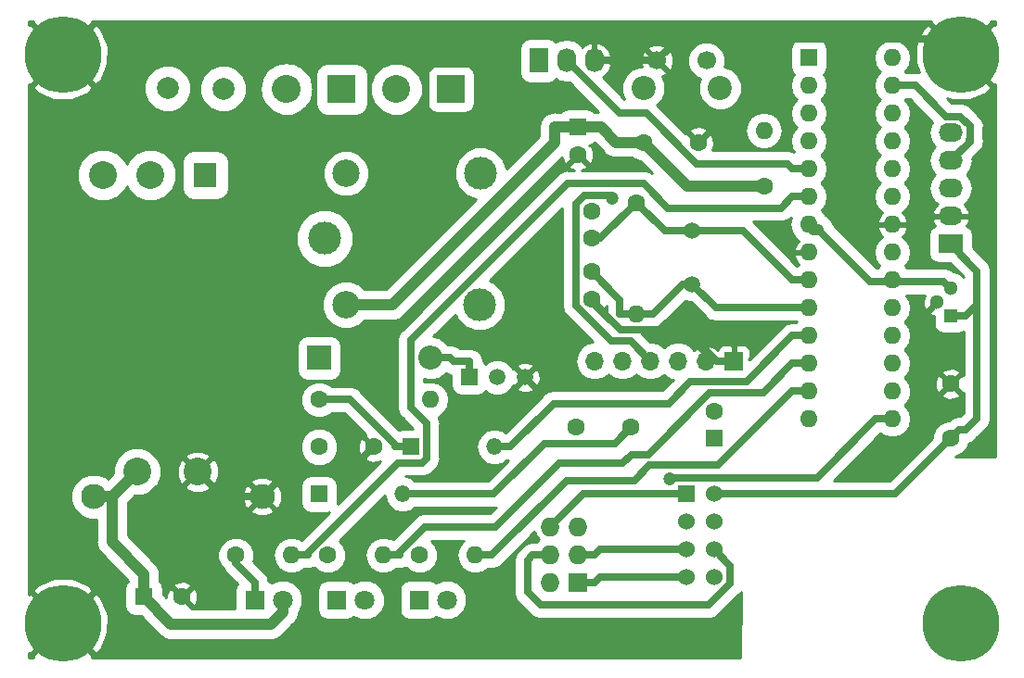
<source format=gbr>
G04 #@! TF.GenerationSoftware,KiCad,Pcbnew,6.0.0-rc1-unknown-dffa399~84~ubuntu16.04.1*
G04 #@! TF.CreationDate,2019-01-04T18:14:03+01:00
G04 #@! TF.ProjectId,atmega328,61746d65-6761-4333-9238-2e6b69636164,1*
G04 #@! TF.SameCoordinates,Original*
G04 #@! TF.FileFunction,Copper,L1,Top*
G04 #@! TF.FilePolarity,Positive*
%FSLAX46Y46*%
G04 Gerber Fmt 4.6, Leading zero omitted, Abs format (unit mm)*
G04 Created by KiCad (PCBNEW 6.0.0-rc1-unknown-dffa399~84~ubuntu16.04.1) date pią, 4 sty 2019, 18:14:03*
%MOMM*%
%LPD*%
G04 APERTURE LIST*
%ADD10C,0.800000*%
%ADD11C,7.000000*%
%ADD12C,1.600000*%
%ADD13O,1.700000X1.700000*%
%ADD14R,1.700000X1.700000*%
%ADD15C,1.500000*%
%ADD16R,1.600000X1.600000*%
%ADD17R,1.300000X1.300000*%
%ADD18C,1.300000*%
%ADD19C,2.540000*%
%ADD20C,2.300000*%
%ADD21R,2.000000X2.300000*%
%ADD22R,1.500000X1.500000*%
%ADD23R,2.540000X2.540000*%
%ADD24C,1.700000*%
%ADD25C,2.200000*%
%ADD26O,1.727200X1.727200*%
%ADD27R,1.727200X1.727200*%
%ADD28O,1.600000X1.600000*%
%ADD29C,1.800000*%
%ADD30R,1.800000X1.800000*%
%ADD31O,2.200000X1.700000*%
%ADD32R,2.200000X1.700000*%
%ADD33O,1.700000X2.200000*%
%ADD34R,1.700000X2.200000*%
%ADD35C,3.000000*%
%ADD36C,2.500000*%
%ADD37O,2.200000X2.200000*%
%ADD38R,2.200000X2.200000*%
%ADD39C,2.000000*%
%ADD40O,1.500000X1.500000*%
%ADD41C,1.524000*%
%ADD42R,1.524000X1.524000*%
%ADD43C,1.200000*%
%ADD44C,0.700000*%
%ADD45C,1.000000*%
%ADD46C,0.508000*%
%ADD47C,2.500000*%
%ADD48C,0.254000*%
G04 APERTURE END LIST*
D10*
X187856155Y-119143845D03*
X186000000Y-118375000D03*
X184143845Y-119143845D03*
X183375000Y-121000000D03*
X184143845Y-122856155D03*
X186000000Y-123625000D03*
X187856155Y-122856155D03*
X188625000Y-121000000D03*
D11*
X186000000Y-121000000D03*
D10*
X105856155Y-119143845D03*
X104000000Y-118375000D03*
X102143845Y-119143845D03*
X101375000Y-121000000D03*
X102143845Y-122856155D03*
X104000000Y-123625000D03*
X105856155Y-122856155D03*
X106625000Y-121000000D03*
D11*
X104000000Y-121000000D03*
D10*
X187856155Y-67143845D03*
X186000000Y-66375000D03*
X184143845Y-67143845D03*
X183375000Y-69000000D03*
X184143845Y-70856155D03*
X186000000Y-71625000D03*
X187856155Y-70856155D03*
X188625000Y-69000000D03*
D11*
X186000000Y-69000000D03*
D10*
X105856155Y-67143845D03*
X104000000Y-66375000D03*
X102143845Y-67143845D03*
X101375000Y-69000000D03*
X102143845Y-70856155D03*
X104000000Y-71625000D03*
X105856155Y-70856155D03*
X106625000Y-69000000D03*
D11*
X104000000Y-69000000D03*
D12*
X150852000Y-103072000D03*
X155852000Y-103072000D03*
D13*
X152550000Y-97000000D03*
X155090000Y-97000000D03*
X157630000Y-97000000D03*
X160170000Y-97000000D03*
X162710000Y-97000000D03*
D14*
X165250000Y-97000000D03*
D15*
X161476000Y-85120000D03*
X161476000Y-90000000D03*
D12*
X151000000Y-78140000D03*
D16*
X151000000Y-75640000D03*
D12*
X162000000Y-77000000D03*
X157000000Y-77000000D03*
X185062000Y-99088000D03*
X185062000Y-104088000D03*
X163472000Y-101588000D03*
D16*
X163472000Y-104088000D03*
D12*
X132404000Y-104850000D03*
X127404000Y-104850000D03*
X114902000Y-118566000D03*
D16*
X111402000Y-118566000D03*
D17*
X185062000Y-92912000D03*
D18*
X185062000Y-90372000D03*
X183792000Y-91642000D03*
D19*
X116320000Y-107120000D03*
X110770000Y-107120000D03*
X112000000Y-80000000D03*
X107680000Y-80000000D03*
D20*
X106800000Y-109400000D03*
X112000000Y-80000000D03*
D21*
X117000000Y-80000000D03*
D20*
X122200000Y-109400000D03*
D22*
X141120000Y-98500000D03*
D15*
X146200000Y-98500000D03*
X143660000Y-98500000D03*
D19*
X134450000Y-72150000D03*
D23*
X139450000Y-72150000D03*
D19*
X124450000Y-72150000D03*
D23*
X129450000Y-72150000D03*
D24*
X158250000Y-69544000D03*
X162750000Y-69544000D03*
D25*
X157000000Y-72044000D03*
X164000000Y-72044000D03*
D26*
X148460000Y-112216000D03*
X151000000Y-112216000D03*
X148460000Y-114756000D03*
X151000000Y-114756000D03*
X148460000Y-117296000D03*
D27*
X151000000Y-117296000D03*
D28*
X141660000Y-114756000D03*
D12*
X136580000Y-114756000D03*
D28*
X133278000Y-114756000D03*
D12*
X128198000Y-114756000D03*
D28*
X124896000Y-114756000D03*
D12*
X119816000Y-114756000D03*
D29*
X139077000Y-118825000D03*
D30*
X136537000Y-118825000D03*
D29*
X131577000Y-118825000D03*
D30*
X129037000Y-118825000D03*
D29*
X124077000Y-118825000D03*
D30*
X121537000Y-118825000D03*
D31*
X185062000Y-76148000D03*
X185062000Y-78688000D03*
D32*
X185062000Y-86308000D03*
D31*
X185062000Y-83768000D03*
X185062000Y-81228000D03*
D33*
X150000000Y-69544000D03*
D34*
X147460000Y-69544000D03*
D33*
X152540000Y-69544000D03*
D35*
X127912000Y-85800000D03*
D36*
X129862000Y-79850000D03*
D35*
X142112000Y-79800000D03*
X142062000Y-91850000D03*
D36*
X129862000Y-91850000D03*
D37*
X137564000Y-96722000D03*
D38*
X127404000Y-96722000D03*
D39*
X118641000Y-72094000D03*
X113561000Y-72084000D03*
D40*
X143406000Y-104850000D03*
D22*
X135786000Y-104850000D03*
D12*
X152296000Y-83300000D03*
X152296000Y-85800000D03*
X152296000Y-91348000D03*
X152296000Y-88848000D03*
D28*
X168000000Y-75920000D03*
D12*
X168000000Y-81000000D03*
D28*
X156360000Y-92690000D03*
D12*
X156360000Y-82530000D03*
D28*
X137564000Y-100532000D03*
D12*
X127404000Y-100532000D03*
D40*
X135024000Y-109168000D03*
D22*
X127404000Y-109168000D03*
D28*
X179728000Y-69290000D03*
X172108000Y-102310000D03*
X179728000Y-71830000D03*
X172108000Y-99770000D03*
X179728000Y-74370000D03*
X172108000Y-97230000D03*
X179728000Y-76910000D03*
X172108000Y-94690000D03*
X179728000Y-79450000D03*
X172108000Y-92150000D03*
X179728000Y-81990000D03*
X172108000Y-89610000D03*
X179728000Y-84530000D03*
X172108000Y-87070000D03*
X179728000Y-87070000D03*
X172108000Y-84530000D03*
X179728000Y-89610000D03*
X172108000Y-81990000D03*
X179728000Y-92150000D03*
X172108000Y-79450000D03*
X179728000Y-94690000D03*
X172108000Y-76910000D03*
X179728000Y-97230000D03*
X172108000Y-74370000D03*
X179728000Y-99770000D03*
X172108000Y-71830000D03*
X179728000Y-102310000D03*
D16*
X172108000Y-69290000D03*
D41*
X163472000Y-116788000D03*
X160932000Y-116788000D03*
X163472000Y-114248000D03*
X160932000Y-114248000D03*
X163472000Y-111708000D03*
X160932000Y-111708000D03*
X163472000Y-109168000D03*
D42*
X160932000Y-109168000D03*
D43*
X159394700Y-107814100D03*
X154141700Y-82094500D03*
D44*
X152296000Y-91348000D02*
X152296000Y-91559900D01*
X152296000Y-91559900D02*
X154896000Y-94159900D01*
X154896000Y-94159900D02*
X160644900Y-94159900D01*
X160644900Y-94159900D02*
X162710000Y-96225000D01*
X165250000Y-97000000D02*
X163700000Y-97000000D01*
X162710000Y-96225000D02*
X162925000Y-96225000D01*
X162925000Y-96225000D02*
X163700000Y-97000000D01*
X162710000Y-97000000D02*
X162710000Y-96225000D01*
X184568100Y-67568100D02*
X160225900Y-67568100D01*
X160225900Y-67568100D02*
X158250000Y-69544000D01*
X185406900Y-67568100D02*
X184568100Y-67568100D01*
X148460000Y-112216000D02*
X151508000Y-109168000D01*
X151508000Y-109168000D02*
X160932000Y-109168000D01*
X185406900Y-67568100D02*
X186000000Y-66975000D01*
X185406900Y-67568100D02*
X185406900Y-68406900D01*
X185406900Y-68406900D02*
X186000000Y-69000000D01*
X183975000Y-69000000D02*
X184568100Y-68406900D01*
X184568100Y-68406900D02*
X184568100Y-67568100D01*
X184568100Y-70431900D02*
X183975000Y-69838800D01*
X183975000Y-69838800D02*
X183975000Y-69000000D01*
X186000000Y-71025000D02*
X185161200Y-71025000D01*
X185161200Y-71025000D02*
X184568100Y-70431900D01*
X132404000Y-104850000D02*
X129986400Y-107267600D01*
X129986400Y-107267600D02*
X124332400Y-107267600D01*
X124332400Y-107267600D02*
X122200000Y-109400000D01*
X103406900Y-67568100D02*
X104000000Y-66975000D01*
X102568100Y-67568100D02*
X103406900Y-67568100D01*
X103406900Y-67568100D02*
X103406900Y-68406900D01*
X103406900Y-68406900D02*
X104000000Y-69000000D01*
X104296500Y-122431900D02*
X104000000Y-122728400D01*
X105431900Y-122431900D02*
X104296500Y-122431900D01*
X104296500Y-122431900D02*
X104296500Y-121296500D01*
X104296500Y-121296500D02*
X104000000Y-121000000D01*
X104000000Y-71025000D02*
X103161200Y-71025000D01*
X103161200Y-71025000D02*
X102568100Y-70431900D01*
X102568100Y-119568100D02*
X103406900Y-119568100D01*
X103406900Y-119568100D02*
X104000000Y-118975000D01*
X104000000Y-122728400D02*
X102864600Y-122728400D01*
X102864600Y-122728400D02*
X102568100Y-122431900D01*
X104000000Y-122728400D02*
X104000000Y-123025000D01*
X158250000Y-69544000D02*
X154090000Y-69544000D01*
X152540000Y-69544000D02*
X154090000Y-69544000D01*
X122200000Y-109400000D02*
X118600000Y-109400000D01*
X118600000Y-109400000D02*
X116320000Y-107120000D01*
X172108000Y-92150000D02*
X163626000Y-92150000D01*
X163626000Y-92150000D02*
X161476000Y-90000000D01*
X156360000Y-92690000D02*
X157860000Y-92690000D01*
X156360000Y-92690000D02*
X154860000Y-92690000D01*
X152296000Y-88848000D02*
X154860000Y-91412000D01*
X154860000Y-91412000D02*
X154860000Y-92690000D01*
X157860000Y-92690000D02*
X160550000Y-90000000D01*
X160550000Y-90000000D02*
X161476000Y-90000000D01*
X185062000Y-104088000D02*
X179982000Y-109168000D01*
X179982000Y-109168000D02*
X163472000Y-109168000D01*
X185062000Y-104088000D02*
X185862000Y-103288000D01*
X185862000Y-103288000D02*
X186399000Y-103288000D01*
X186399000Y-103288000D02*
X187452000Y-102235000D01*
X187452000Y-102235000D02*
X187452000Y-91872000D01*
X185062000Y-86383000D02*
X185062000Y-86308000D01*
X187452000Y-91872000D02*
X187452000Y-88773000D01*
X187452000Y-88773000D02*
X185062000Y-86383000D01*
X185062000Y-86383000D02*
X185039000Y-86360000D01*
X185062000Y-92912000D02*
X186412000Y-92912000D01*
X186412000Y-92912000D02*
X187452000Y-91872000D01*
X161476000Y-85120000D02*
X158950000Y-85120000D01*
X158950000Y-85120000D02*
X156360000Y-82530000D01*
X156360000Y-82530000D02*
X153090000Y-85800000D01*
X153090000Y-85800000D02*
X152296000Y-85800000D01*
X172108000Y-89610000D02*
X170608000Y-89610000D01*
X170608000Y-89610000D02*
X166118000Y-85120000D01*
X166118000Y-85120000D02*
X161476000Y-85120000D01*
D45*
X111402000Y-118566000D02*
X111402000Y-116465700D01*
X108490000Y-109400000D02*
X110770000Y-107120000D01*
X106800000Y-109400000D02*
X108490000Y-109400000D01*
X111402000Y-116465700D02*
X108490000Y-113553700D01*
X108490000Y-113553700D02*
X108490000Y-109400000D01*
X124077000Y-118825000D02*
X124077000Y-119952400D01*
X124077000Y-119952400D02*
X122980100Y-121049300D01*
X122980100Y-121049300D02*
X113885300Y-121049300D01*
X113885300Y-121049300D02*
X111402000Y-118566000D01*
X151000000Y-75640000D02*
X148899700Y-75640000D01*
X148899700Y-75640000D02*
X148899700Y-77058000D01*
X148899700Y-77058000D02*
X134107700Y-91850000D01*
X134107700Y-91850000D02*
X129862000Y-91850000D01*
X151401500Y-75640000D02*
X151000000Y-75640000D01*
X151401500Y-75640000D02*
X153100300Y-75640000D01*
X179840000Y-89722000D02*
X179728000Y-89610000D01*
D44*
X185062000Y-90372000D02*
X184412000Y-89722000D01*
X184412000Y-89722000D02*
X179840000Y-89722000D01*
X179840000Y-89722000D02*
X177733000Y-89722000D01*
X177733000Y-89722000D02*
X172980600Y-84969600D01*
D45*
X157000000Y-77000000D02*
X154460300Y-77000000D01*
X154460300Y-77000000D02*
X153100300Y-75640000D01*
X168000000Y-81000000D02*
X161000000Y-81000000D01*
X161000000Y-81000000D02*
X157000000Y-77000000D01*
X172980600Y-84969600D02*
X172547600Y-84969600D01*
X172547600Y-84969600D02*
X172108000Y-84530000D01*
D46*
X172980600Y-84969600D02*
X172593000Y-84582000D01*
D44*
X141120000Y-98500000D02*
X141120000Y-97050000D01*
X137564000Y-96722000D02*
X139364000Y-96722000D01*
X139364000Y-96722000D02*
X139692000Y-97050000D01*
X139692000Y-97050000D02*
X141120000Y-97050000D01*
X170608000Y-94690000D02*
X166397900Y-98900100D01*
X166397900Y-98900100D02*
X161281000Y-98900100D01*
X161281000Y-98900100D02*
X159280400Y-100900700D01*
X159280400Y-100900700D02*
X148805300Y-100900700D01*
X148805300Y-100900700D02*
X144856000Y-104850000D01*
X143406000Y-104850000D02*
X144856000Y-104850000D01*
X172108000Y-94690000D02*
X170608000Y-94690000D01*
X121537000Y-118825000D02*
X121537000Y-117225000D01*
X121537000Y-117225000D02*
X119816000Y-115504000D01*
X119816000Y-115504000D02*
X119816000Y-114756000D01*
X148460000Y-114756000D02*
X146896400Y-114756000D01*
X163472000Y-114248000D02*
X164915500Y-115691500D01*
X164915500Y-115691500D02*
X164915500Y-117358200D01*
X164915500Y-117358200D02*
X162948700Y-119325000D01*
X162948700Y-119325000D02*
X147621400Y-119325000D01*
X147621400Y-119325000D02*
X146413100Y-118116700D01*
X146413100Y-118116700D02*
X146413100Y-115239300D01*
X146413100Y-115239300D02*
X146896400Y-114756000D01*
X151000000Y-114756000D02*
X152563600Y-114756000D01*
X160932000Y-114248000D02*
X153071600Y-114248000D01*
X153071600Y-114248000D02*
X152563600Y-114756000D01*
X151000000Y-117296000D02*
X152563600Y-117296000D01*
X160932000Y-116788000D02*
X153071600Y-116788000D01*
X153071600Y-116788000D02*
X152563600Y-117296000D01*
X172108000Y-79450000D02*
X170608000Y-79450000D01*
X170608000Y-79450000D02*
X170133600Y-78975600D01*
X170133600Y-78975600D02*
X161864700Y-78975600D01*
X161864700Y-78975600D02*
X157259100Y-74370000D01*
X157259100Y-74370000D02*
X154826000Y-74370000D01*
X154826000Y-74370000D02*
X150000000Y-69544000D01*
X186820700Y-76820700D02*
X186820700Y-76929300D01*
X186790667Y-76790667D02*
X186820700Y-76820700D01*
X186812010Y-76769324D02*
X186790667Y-76790667D01*
X186812010Y-75526676D02*
X186812010Y-76769324D01*
X179728000Y-71830000D02*
X181830000Y-71830000D01*
X185933324Y-74647990D02*
X186812010Y-75526676D01*
X186820700Y-76929300D02*
X185062000Y-78688000D01*
X181830000Y-71830000D02*
X184647990Y-74647990D01*
X184647990Y-74647990D02*
X185933324Y-74647990D01*
X178228000Y-102310000D02*
X172823600Y-107714400D01*
X172823600Y-107714400D02*
X159494400Y-107714400D01*
X159494400Y-107714400D02*
X159394700Y-107814100D01*
X179728000Y-102310000D02*
X178228000Y-102310000D01*
D47*
X124394000Y-72094000D02*
X124450000Y-72150000D01*
D44*
X135786000Y-104850000D02*
X134336000Y-104850000D01*
X127404000Y-100532000D02*
X130199300Y-100532000D01*
X130199300Y-100532000D02*
X134336000Y-104668700D01*
X134336000Y-104668700D02*
X134336000Y-104850000D01*
X170608000Y-81990000D02*
X169587200Y-83010800D01*
X169587200Y-83010800D02*
X159241300Y-83010800D01*
X159241300Y-83010800D02*
X157028900Y-80798400D01*
X157028900Y-80798400D02*
X150048900Y-80798400D01*
X150048900Y-80798400D02*
X135769500Y-95077800D01*
X135769500Y-95077800D02*
X135769500Y-101238500D01*
X135769500Y-101238500D02*
X137186400Y-102655400D01*
X137186400Y-102655400D02*
X137186400Y-105944100D01*
X137186400Y-105944100D02*
X136830100Y-106300400D01*
X136830100Y-106300400D02*
X134602500Y-106300400D01*
X134602500Y-106300400D02*
X126396000Y-114506900D01*
X126396000Y-114506900D02*
X126396000Y-114756000D01*
X124896000Y-114756000D02*
X126396000Y-114756000D01*
X172108000Y-81990000D02*
X170608000Y-81990000D01*
X163053100Y-99900500D02*
X157415700Y-105537900D01*
X167937500Y-99900500D02*
X163053100Y-99900500D01*
X155891600Y-105537900D02*
X155067000Y-106362500D01*
X134778000Y-114756000D02*
X133278000Y-114756000D01*
X134778000Y-114445200D02*
X134778000Y-114756000D01*
X149338000Y-106362500D02*
X143514400Y-112186100D01*
X172108000Y-97230000D02*
X170608000Y-97230000D01*
X157415700Y-105537900D02*
X155891600Y-105537900D01*
X170608000Y-97230000D02*
X167937500Y-99900500D01*
X143514400Y-112186100D02*
X137037100Y-112186100D01*
X155067000Y-106362500D02*
X149338000Y-106362500D01*
X137037100Y-112186100D02*
X134778000Y-114445200D01*
X170608000Y-99770000D02*
X172108000Y-99770000D01*
X163839300Y-106538700D02*
X170608000Y-99770000D01*
X141660000Y-114756000D02*
X143160000Y-114756000D01*
X143160000Y-114756000D02*
X149966000Y-107950000D01*
X149966000Y-107950000D02*
X156146500Y-107950000D01*
X157557800Y-106538700D02*
X163839300Y-106538700D01*
X156146500Y-107950000D02*
X157557800Y-106538700D01*
X155852000Y-103072000D02*
X154386500Y-104537500D01*
X154386500Y-104537500D02*
X147946900Y-104537500D01*
X147946900Y-104537500D02*
X143316400Y-109168000D01*
X143316400Y-109168000D02*
X136474000Y-109168000D01*
X135024000Y-109168000D02*
X136474000Y-109168000D01*
X157630000Y-97000000D02*
X155810000Y-95180000D01*
X155810000Y-95180000D02*
X154058500Y-95180000D01*
X154058500Y-95180000D02*
X150813800Y-91935300D01*
X150813800Y-91935300D02*
X150813800Y-82662500D01*
X150813800Y-82662500D02*
X151652100Y-81824200D01*
X151652100Y-81824200D02*
X153871400Y-81824200D01*
X153871400Y-81824200D02*
X154141700Y-82094500D01*
D48*
G36*
X101222293Y-66042688D02*
G01*
X104000000Y-68820395D01*
X106777707Y-66042688D01*
X106679111Y-65914000D01*
X183320889Y-65914000D01*
X183222293Y-66042688D01*
X186000000Y-68820395D01*
X188777707Y-66042688D01*
X188679111Y-65914000D01*
X189086000Y-65914000D01*
X189086000Y-66320889D01*
X188957312Y-66222293D01*
X186179605Y-69000000D01*
X188957312Y-71777707D01*
X189086000Y-71679111D01*
X189086001Y-105739000D01*
X185489703Y-105739000D01*
X186018741Y-105519865D01*
X186493865Y-105044741D01*
X186725138Y-104486400D01*
X186882434Y-104455112D01*
X187292269Y-104181269D01*
X187361396Y-104077813D01*
X188241816Y-103197394D01*
X188345269Y-103128269D01*
X188619112Y-102718434D01*
X188691000Y-102357029D01*
X188691000Y-102357028D01*
X188715273Y-102235000D01*
X188691000Y-102112972D01*
X188691000Y-91994028D01*
X188715273Y-91872001D01*
X188691000Y-91749971D01*
X188691000Y-88895023D01*
X188715272Y-88772999D01*
X188691000Y-88650976D01*
X188691000Y-88650971D01*
X188619112Y-88289566D01*
X188345269Y-87879731D01*
X188241818Y-87810607D01*
X187068416Y-86637206D01*
X187068416Y-85458000D01*
X186999419Y-85111130D01*
X186802933Y-84817067D01*
X186513146Y-84623438D01*
X186732352Y-84235491D01*
X186753476Y-84124890D01*
X186632155Y-83895000D01*
X185189000Y-83895000D01*
X185189000Y-83915000D01*
X184935000Y-83915000D01*
X184935000Y-83895000D01*
X183491845Y-83895000D01*
X183370524Y-84124890D01*
X183391648Y-84235491D01*
X183610854Y-84623438D01*
X183321067Y-84817067D01*
X183124581Y-85111130D01*
X183055584Y-85458000D01*
X183055584Y-87158000D01*
X183124581Y-87504870D01*
X183321067Y-87798933D01*
X183615130Y-87995419D01*
X183962000Y-88064416D01*
X184991206Y-88064416D01*
X186213001Y-89286211D01*
X186213001Y-89292786D01*
X185955299Y-89035084D01*
X185375685Y-88795000D01*
X185323184Y-88795000D01*
X184910260Y-88519093D01*
X184537769Y-88445000D01*
X184537764Y-88445000D01*
X184412000Y-88419984D01*
X184286236Y-88445000D01*
X181026616Y-88445000D01*
X180973097Y-88364903D01*
X180901629Y-88317149D01*
X180945701Y-88287701D01*
X181319003Y-87729015D01*
X181450089Y-87070000D01*
X181319003Y-86410985D01*
X180945701Y-85852299D01*
X180623961Y-85637319D01*
X180959041Y-85267423D01*
X181119904Y-84879039D01*
X180997915Y-84657000D01*
X179855000Y-84657000D01*
X179855000Y-84677000D01*
X179601000Y-84677000D01*
X179601000Y-84657000D01*
X178458085Y-84657000D01*
X178336096Y-84879039D01*
X178496959Y-85267423D01*
X178832039Y-85637319D01*
X178510299Y-85852299D01*
X178136997Y-86410985D01*
X178005911Y-87070000D01*
X178136997Y-87729015D01*
X178510299Y-88287701D01*
X178554371Y-88317149D01*
X178482903Y-88364903D01*
X178429384Y-88445000D01*
X178261950Y-88445000D01*
X174348403Y-84531453D01*
X174324804Y-84412812D01*
X174009409Y-83940791D01*
X173615467Y-83677567D01*
X173353097Y-83284903D01*
X173281629Y-83237149D01*
X173325701Y-83207701D01*
X173699003Y-82649015D01*
X173830089Y-81990000D01*
X173699003Y-81330985D01*
X173325701Y-80772299D01*
X173247430Y-80720000D01*
X173325701Y-80667701D01*
X173699003Y-80109015D01*
X173830089Y-79450000D01*
X173699003Y-78790985D01*
X173325701Y-78232299D01*
X173247430Y-78180000D01*
X173325701Y-78127701D01*
X173699003Y-77569015D01*
X173830089Y-76910000D01*
X173699003Y-76250985D01*
X173325701Y-75692299D01*
X173247430Y-75640000D01*
X173325701Y-75587701D01*
X173699003Y-75029015D01*
X173830089Y-74370000D01*
X173699003Y-73710985D01*
X173325701Y-73152299D01*
X173247430Y-73100000D01*
X173325701Y-73047701D01*
X173699003Y-72489015D01*
X173830089Y-71830000D01*
X173699003Y-71170985D01*
X173449405Y-70797435D01*
X173548933Y-70730933D01*
X173745419Y-70436870D01*
X173814416Y-70090000D01*
X173814416Y-69290000D01*
X178005911Y-69290000D01*
X178136997Y-69949015D01*
X178510299Y-70507701D01*
X178588570Y-70560000D01*
X178510299Y-70612299D01*
X178136997Y-71170985D01*
X178005911Y-71830000D01*
X178136997Y-72489015D01*
X178510299Y-73047701D01*
X178588570Y-73100000D01*
X178510299Y-73152299D01*
X178136997Y-73710985D01*
X178005911Y-74370000D01*
X178136997Y-75029015D01*
X178510299Y-75587701D01*
X178588570Y-75640000D01*
X178510299Y-75692299D01*
X178136997Y-76250985D01*
X178005911Y-76910000D01*
X178136997Y-77569015D01*
X178510299Y-78127701D01*
X178588570Y-78180000D01*
X178510299Y-78232299D01*
X178136997Y-78790985D01*
X178005911Y-79450000D01*
X178136997Y-80109015D01*
X178510299Y-80667701D01*
X178588570Y-80720000D01*
X178510299Y-80772299D01*
X178136997Y-81330985D01*
X178005911Y-81990000D01*
X178136997Y-82649015D01*
X178510299Y-83207701D01*
X178832039Y-83422681D01*
X178496959Y-83792577D01*
X178336096Y-84180961D01*
X178458085Y-84403000D01*
X179601000Y-84403000D01*
X179601000Y-84383000D01*
X179855000Y-84383000D01*
X179855000Y-84403000D01*
X180997915Y-84403000D01*
X181119904Y-84180961D01*
X180959041Y-83792577D01*
X180623961Y-83422681D01*
X180945701Y-83207701D01*
X181319003Y-82649015D01*
X181450089Y-81990000D01*
X181319003Y-81330985D01*
X180945701Y-80772299D01*
X180867430Y-80720000D01*
X180945701Y-80667701D01*
X181319003Y-80109015D01*
X181450089Y-79450000D01*
X181319003Y-78790985D01*
X180945701Y-78232299D01*
X180867430Y-78180000D01*
X180945701Y-78127701D01*
X181319003Y-77569015D01*
X181450089Y-76910000D01*
X181319003Y-76250985D01*
X180945701Y-75692299D01*
X180867430Y-75640000D01*
X180945701Y-75587701D01*
X181319003Y-75029015D01*
X181450089Y-74370000D01*
X181319003Y-73710985D01*
X180945701Y-73152299D01*
X180867430Y-73100000D01*
X180913825Y-73069000D01*
X181316791Y-73069000D01*
X183391540Y-75143751D01*
X183173898Y-75469476D01*
X183038931Y-76148000D01*
X183173898Y-76826524D01*
X183558251Y-77401749D01*
X183582572Y-77418000D01*
X183558251Y-77434251D01*
X183173898Y-78009476D01*
X183038931Y-78688000D01*
X183173898Y-79366524D01*
X183558251Y-79941749D01*
X183582572Y-79958000D01*
X183558251Y-79974251D01*
X183173898Y-80549476D01*
X183038931Y-81228000D01*
X183173898Y-81906524D01*
X183558251Y-82481749D01*
X183837484Y-82668326D01*
X183678667Y-82792549D01*
X183391648Y-83300509D01*
X183370524Y-83411110D01*
X183491845Y-83641000D01*
X184935000Y-83641000D01*
X184935000Y-83621000D01*
X185189000Y-83621000D01*
X185189000Y-83641000D01*
X186632155Y-83641000D01*
X186753476Y-83411110D01*
X186732352Y-83300509D01*
X186445333Y-82792549D01*
X186286516Y-82668326D01*
X186565749Y-82481749D01*
X186950102Y-81906524D01*
X187085069Y-81228000D01*
X186950102Y-80549476D01*
X186565749Y-79974251D01*
X186541428Y-79958000D01*
X186565749Y-79941749D01*
X186950102Y-79366524D01*
X187085069Y-78688000D01*
X187040131Y-78462080D01*
X187610518Y-77891693D01*
X187713969Y-77822569D01*
X187987812Y-77412733D01*
X188059700Y-77051328D01*
X188059700Y-77051324D01*
X188083972Y-76929301D01*
X188073171Y-76875003D01*
X188083973Y-76820699D01*
X188074518Y-76773168D01*
X188075283Y-76769324D01*
X188051010Y-76647296D01*
X188051010Y-75648704D01*
X188075283Y-75526676D01*
X187996663Y-75131424D01*
X187979122Y-75043242D01*
X187969616Y-75029015D01*
X187774403Y-74736858D01*
X187774402Y-74736857D01*
X187705279Y-74633407D01*
X187601828Y-74564284D01*
X186895720Y-73858176D01*
X186826593Y-73754721D01*
X186416758Y-73480878D01*
X186055353Y-73408990D01*
X186055352Y-73408990D01*
X185933324Y-73384717D01*
X185811296Y-73408990D01*
X185161201Y-73408990D01*
X184687214Y-72935004D01*
X185139730Y-73127307D01*
X186784666Y-73142346D01*
X188310145Y-72526750D01*
X188374238Y-72483924D01*
X188777707Y-71957312D01*
X186000000Y-69179605D01*
X185985858Y-69193748D01*
X185806253Y-69014143D01*
X185820395Y-69000000D01*
X183042688Y-66222293D01*
X182516076Y-66625762D01*
X181872693Y-68139730D01*
X181857654Y-69784666D01*
X182203206Y-70640962D01*
X181952029Y-70591000D01*
X181952028Y-70591000D01*
X181830000Y-70566727D01*
X181707972Y-70591000D01*
X180913825Y-70591000D01*
X180867430Y-70560000D01*
X180945701Y-70507701D01*
X181319003Y-69949015D01*
X181450089Y-69290000D01*
X181319003Y-68630985D01*
X180945701Y-68072299D01*
X180387015Y-67698997D01*
X179894350Y-67601000D01*
X179561650Y-67601000D01*
X179068985Y-67698997D01*
X178510299Y-68072299D01*
X178136997Y-68630985D01*
X178005911Y-69290000D01*
X173814416Y-69290000D01*
X173814416Y-68490000D01*
X173745419Y-68143130D01*
X173548933Y-67849067D01*
X173254870Y-67652581D01*
X172908000Y-67583584D01*
X171308000Y-67583584D01*
X170961130Y-67652581D01*
X170667067Y-67849067D01*
X170470581Y-68143130D01*
X170401584Y-68490000D01*
X170401584Y-70090000D01*
X170470581Y-70436870D01*
X170667067Y-70730933D01*
X170766595Y-70797435D01*
X170516997Y-71170985D01*
X170385911Y-71830000D01*
X170516997Y-72489015D01*
X170890299Y-73047701D01*
X170968570Y-73100000D01*
X170890299Y-73152299D01*
X170516997Y-73710985D01*
X170385911Y-74370000D01*
X170516997Y-75029015D01*
X170890299Y-75587701D01*
X170968570Y-75640000D01*
X170890299Y-75692299D01*
X170516997Y-76250985D01*
X170385911Y-76910000D01*
X170516997Y-77569015D01*
X170725380Y-77880883D01*
X170617034Y-77808488D01*
X170255629Y-77736600D01*
X170255628Y-77736600D01*
X170133600Y-77712327D01*
X170011572Y-77736600D01*
X163260120Y-77736600D01*
X163446965Y-77216777D01*
X163419778Y-76646546D01*
X163253864Y-76245995D01*
X163007745Y-76171861D01*
X162179605Y-77000000D01*
X162193748Y-77014142D01*
X162014142Y-77193748D01*
X162000000Y-77179605D01*
X161985858Y-77193748D01*
X161806253Y-77014143D01*
X161820395Y-77000000D01*
X160992255Y-76171861D01*
X160854626Y-76213316D01*
X160633565Y-75992255D01*
X161171861Y-75992255D01*
X162000000Y-76820395D01*
X162828139Y-75992255D01*
X162806375Y-75920000D01*
X166277911Y-75920000D01*
X166408997Y-76579015D01*
X166782299Y-77137701D01*
X167340985Y-77511003D01*
X167833650Y-77609000D01*
X168166350Y-77609000D01*
X168659015Y-77511003D01*
X169217701Y-77137701D01*
X169591003Y-76579015D01*
X169722089Y-75920000D01*
X169591003Y-75260985D01*
X169217701Y-74702299D01*
X168659015Y-74328997D01*
X168166350Y-74231000D01*
X167833650Y-74231000D01*
X167340985Y-74328997D01*
X166782299Y-74702299D01*
X166408997Y-75260985D01*
X166277911Y-75920000D01*
X162806375Y-75920000D01*
X162754005Y-75746136D01*
X162216777Y-75553035D01*
X161646546Y-75580222D01*
X161245995Y-75746136D01*
X161171861Y-75992255D01*
X160633565Y-75992255D01*
X158249090Y-73607781D01*
X158686193Y-73170678D01*
X158989000Y-72439637D01*
X158989000Y-71648363D01*
X158709540Y-70973688D01*
X159034080Y-70839259D01*
X159114353Y-70587958D01*
X158250000Y-69723605D01*
X158235858Y-69737748D01*
X158056253Y-69558143D01*
X158070395Y-69544000D01*
X158429605Y-69544000D01*
X159293958Y-70408353D01*
X159545259Y-70328080D01*
X159746718Y-69772721D01*
X159721011Y-69198091D01*
X161011000Y-69198091D01*
X161011000Y-69889909D01*
X161275747Y-70529064D01*
X161764936Y-71018253D01*
X162197742Y-71197527D01*
X162011000Y-71648363D01*
X162011000Y-72439637D01*
X162313807Y-73170678D01*
X162873322Y-73730193D01*
X163604363Y-74033000D01*
X164395637Y-74033000D01*
X165126678Y-73730193D01*
X165686193Y-73170678D01*
X165989000Y-72439637D01*
X165989000Y-71648363D01*
X165686193Y-70917322D01*
X165126678Y-70357807D01*
X164416959Y-70063832D01*
X164489000Y-69889909D01*
X164489000Y-69198091D01*
X164224253Y-68558936D01*
X163735064Y-68069747D01*
X163095909Y-67805000D01*
X162404091Y-67805000D01*
X161764936Y-68069747D01*
X161275747Y-68558936D01*
X161011000Y-69198091D01*
X159721011Y-69198091D01*
X159720315Y-69182542D01*
X159545259Y-68759920D01*
X159293958Y-68679647D01*
X158429605Y-69544000D01*
X158070395Y-69544000D01*
X157206042Y-68679647D01*
X156954741Y-68759920D01*
X156753282Y-69315279D01*
X156779685Y-69905458D01*
X156841627Y-70055000D01*
X156604363Y-70055000D01*
X155873322Y-70357807D01*
X155313807Y-70917322D01*
X155011000Y-71648363D01*
X155011000Y-72439637D01*
X155267787Y-73059576D01*
X153272705Y-71064495D01*
X153515451Y-70927333D01*
X153874907Y-70467774D01*
X154031135Y-69905639D01*
X153871491Y-69671000D01*
X152667000Y-69671000D01*
X152667000Y-69691000D01*
X152413000Y-69691000D01*
X152413000Y-69671000D01*
X152393000Y-69671000D01*
X152393000Y-69417000D01*
X152413000Y-69417000D01*
X152413000Y-67973845D01*
X152667000Y-67973845D01*
X152667000Y-69417000D01*
X153871491Y-69417000D01*
X154031135Y-69182361D01*
X153874907Y-68620226D01*
X153780902Y-68500042D01*
X157385647Y-68500042D01*
X158250000Y-69364395D01*
X159114353Y-68500042D01*
X159034080Y-68248741D01*
X158478721Y-68047282D01*
X157888542Y-68073685D01*
X157465920Y-68248741D01*
X157385647Y-68500042D01*
X153780902Y-68500042D01*
X153515451Y-68160667D01*
X153007491Y-67873648D01*
X152896890Y-67852524D01*
X152667000Y-67973845D01*
X152413000Y-67973845D01*
X152183110Y-67852524D01*
X152072509Y-67873648D01*
X151564549Y-68160667D01*
X151440326Y-68319484D01*
X151253749Y-68040251D01*
X150678523Y-67655898D01*
X150000000Y-67520931D01*
X149321476Y-67655898D01*
X149028917Y-67851379D01*
X148978330Y-67775670D01*
X148671697Y-67570785D01*
X148310000Y-67498839D01*
X146610000Y-67498839D01*
X146248303Y-67570785D01*
X145941670Y-67775670D01*
X145736785Y-68082303D01*
X145664839Y-68444000D01*
X145664839Y-70644000D01*
X145736785Y-71005697D01*
X145941670Y-71312330D01*
X146248303Y-71517215D01*
X146610000Y-71589161D01*
X148310000Y-71589161D01*
X148671697Y-71517215D01*
X148978330Y-71312330D01*
X149028917Y-71236620D01*
X149321477Y-71432102D01*
X150000000Y-71567069D01*
X150225921Y-71522130D01*
X152916789Y-74213000D01*
X152495946Y-74213000D01*
X152468330Y-74171670D01*
X152161697Y-73966785D01*
X151800000Y-73894839D01*
X150200000Y-73894839D01*
X149838303Y-73966785D01*
X149531670Y-74171670D01*
X149504054Y-74213000D01*
X149040244Y-74213000D01*
X148899700Y-74185044D01*
X148759156Y-74213000D01*
X148342912Y-74295796D01*
X147870891Y-74611191D01*
X147555496Y-75083212D01*
X147444744Y-75640000D01*
X147472700Y-75780544D01*
X147472700Y-76466918D01*
X144501000Y-79438618D01*
X144501000Y-79324798D01*
X144137296Y-78446740D01*
X143465260Y-77774704D01*
X142587202Y-77411000D01*
X141636798Y-77411000D01*
X140758740Y-77774704D01*
X140086704Y-78446740D01*
X139723000Y-79324798D01*
X139723000Y-80275202D01*
X140086704Y-81153260D01*
X140758740Y-81825296D01*
X141636798Y-82189000D01*
X141750618Y-82189000D01*
X133516619Y-90423000D01*
X131513743Y-90423000D01*
X131095171Y-90004428D01*
X130295032Y-89673000D01*
X129428968Y-89673000D01*
X128628829Y-90004428D01*
X128016428Y-90616829D01*
X127685000Y-91416968D01*
X127685000Y-92283032D01*
X128016428Y-93083171D01*
X128628829Y-93695572D01*
X129428968Y-94027000D01*
X130295032Y-94027000D01*
X131095171Y-93695572D01*
X131513743Y-93277000D01*
X133967160Y-93277000D01*
X134107700Y-93304955D01*
X134248240Y-93277000D01*
X134248244Y-93277000D01*
X134664488Y-93194204D01*
X135136509Y-92878809D01*
X135216124Y-92759657D01*
X149575767Y-78400015D01*
X149580222Y-78493454D01*
X149746136Y-78894005D01*
X149992255Y-78968139D01*
X150820395Y-78140000D01*
X150806253Y-78125858D01*
X150985858Y-77946252D01*
X151000000Y-77960395D01*
X151014142Y-77946252D01*
X151193748Y-78125858D01*
X151179605Y-78140000D01*
X152007745Y-78968139D01*
X152253864Y-78894005D01*
X152446965Y-78356777D01*
X152419778Y-77786546D01*
X152253864Y-77385995D01*
X152071683Y-77331120D01*
X152161697Y-77313215D01*
X152468330Y-77108330D01*
X152495946Y-77067000D01*
X152509218Y-77067000D01*
X153351880Y-77909662D01*
X153431491Y-78028809D01*
X153903512Y-78344204D01*
X154319756Y-78427000D01*
X154319759Y-78427000D01*
X154460299Y-78454955D01*
X154600839Y-78427000D01*
X155984653Y-78427000D01*
X156021733Y-78464080D01*
X156656478Y-78727000D01*
X156708919Y-78727000D01*
X157816331Y-79834412D01*
X157512334Y-79631288D01*
X157150929Y-79559400D01*
X157150928Y-79559400D01*
X157028900Y-79535127D01*
X156906872Y-79559400D01*
X151354367Y-79559400D01*
X151754005Y-79393864D01*
X151828139Y-79147745D01*
X151000000Y-78319605D01*
X150171861Y-79147745D01*
X150245995Y-79393864D01*
X150706534Y-79559400D01*
X150170928Y-79559400D01*
X150048899Y-79535127D01*
X149773547Y-79589898D01*
X149565466Y-79631288D01*
X149155631Y-79905131D01*
X149086506Y-80008584D01*
X134979687Y-94115404D01*
X134876231Y-94184531D01*
X134686546Y-94468416D01*
X134602388Y-94594367D01*
X134506227Y-95077800D01*
X134530500Y-95199829D01*
X134530501Y-101116467D01*
X134506227Y-101238500D01*
X134602388Y-101721933D01*
X134692929Y-101857437D01*
X134876232Y-102131769D01*
X134979685Y-102200894D01*
X135947400Y-103168610D01*
X135947400Y-103193584D01*
X135036000Y-103193584D01*
X134689130Y-103262581D01*
X134684910Y-103265400D01*
X131161696Y-99742187D01*
X131092569Y-99638731D01*
X130682734Y-99364888D01*
X130321329Y-99293000D01*
X130321328Y-99293000D01*
X130199300Y-99268727D01*
X130077272Y-99293000D01*
X128553606Y-99293000D01*
X128360741Y-99100135D01*
X127739963Y-98843000D01*
X127068037Y-98843000D01*
X126447259Y-99100135D01*
X125972135Y-99575259D01*
X125715000Y-100196037D01*
X125715000Y-100867963D01*
X125972135Y-101488741D01*
X126447259Y-101963865D01*
X127068037Y-102221000D01*
X127739963Y-102221000D01*
X128360741Y-101963865D01*
X128553606Y-101771000D01*
X129686091Y-101771000D01*
X131617872Y-103702782D01*
X131575861Y-103842255D01*
X132404000Y-104670395D01*
X132418143Y-104656253D01*
X132597748Y-104835858D01*
X132583605Y-104850000D01*
X132597748Y-104864142D01*
X132418142Y-105043748D01*
X132404000Y-105029605D01*
X131575861Y-105857745D01*
X131649995Y-106103864D01*
X132187223Y-106296965D01*
X132757454Y-106269778D01*
X132968209Y-106182480D01*
X129066005Y-110084685D01*
X129099161Y-109918000D01*
X129099161Y-108418000D01*
X129027215Y-108056303D01*
X128822330Y-107749670D01*
X128515697Y-107544785D01*
X128154000Y-107472839D01*
X126654000Y-107472839D01*
X126292303Y-107544785D01*
X125985670Y-107749670D01*
X125780785Y-108056303D01*
X125708839Y-108418000D01*
X125708839Y-109918000D01*
X125780785Y-110279697D01*
X125985670Y-110586330D01*
X126292303Y-110791215D01*
X126654000Y-110863161D01*
X128154000Y-110863161D01*
X128320685Y-110830005D01*
X125813188Y-113337503D01*
X125555015Y-113164997D01*
X125062350Y-113067000D01*
X124729650Y-113067000D01*
X124236985Y-113164997D01*
X123678299Y-113538299D01*
X123304997Y-114096985D01*
X123173911Y-114756000D01*
X123304997Y-115415015D01*
X123678299Y-115973701D01*
X124236985Y-116347003D01*
X124729650Y-116445000D01*
X125062350Y-116445000D01*
X125555015Y-116347003D01*
X126081825Y-115995000D01*
X126273972Y-115995000D01*
X126396000Y-116019273D01*
X126556066Y-115987434D01*
X126879434Y-115923112D01*
X126937624Y-115884230D01*
X127241259Y-116187865D01*
X127862037Y-116445000D01*
X128533963Y-116445000D01*
X129154741Y-116187865D01*
X129629865Y-115712741D01*
X129887000Y-115091963D01*
X129887000Y-114420037D01*
X129629865Y-113799259D01*
X129242858Y-113412252D01*
X133375159Y-109279951D01*
X133480097Y-109807506D01*
X133842347Y-110349653D01*
X134384494Y-110711903D01*
X134862578Y-110807000D01*
X135185422Y-110807000D01*
X135663506Y-110711903D01*
X136119827Y-110407000D01*
X143194372Y-110407000D01*
X143316400Y-110431273D01*
X143438428Y-110407000D01*
X143438429Y-110407000D01*
X143566832Y-110381459D01*
X143001191Y-110947100D01*
X137159128Y-110947100D01*
X137037100Y-110922827D01*
X136915071Y-110947100D01*
X136553666Y-111018988D01*
X136143831Y-111292831D01*
X136074707Y-111396283D01*
X134158202Y-113312789D01*
X133937015Y-113164997D01*
X133444350Y-113067000D01*
X133111650Y-113067000D01*
X132618985Y-113164997D01*
X132060299Y-113538299D01*
X131686997Y-114096985D01*
X131555911Y-114756000D01*
X131686997Y-115415015D01*
X132060299Y-115973701D01*
X132618985Y-116347003D01*
X133111650Y-116445000D01*
X133444350Y-116445000D01*
X133937015Y-116347003D01*
X134463825Y-115995000D01*
X134655972Y-115995000D01*
X134778000Y-116019273D01*
X134938066Y-115987434D01*
X135261434Y-115923112D01*
X135319624Y-115884230D01*
X135623259Y-116187865D01*
X136244037Y-116445000D01*
X136915963Y-116445000D01*
X137536741Y-116187865D01*
X138011865Y-115712741D01*
X138269000Y-115091963D01*
X138269000Y-114420037D01*
X138011865Y-113799259D01*
X137637706Y-113425100D01*
X140611713Y-113425100D01*
X140442299Y-113538299D01*
X140068997Y-114096985D01*
X139937911Y-114756000D01*
X140068997Y-115415015D01*
X140442299Y-115973701D01*
X141000985Y-116347003D01*
X141493650Y-116445000D01*
X141826350Y-116445000D01*
X142319015Y-116347003D01*
X142845825Y-115995000D01*
X143037972Y-115995000D01*
X143160000Y-116019273D01*
X143282028Y-115995000D01*
X143282029Y-115995000D01*
X143643434Y-115923112D01*
X144053269Y-115649269D01*
X144122396Y-115545813D01*
X147030857Y-112637353D01*
X147177312Y-112990947D01*
X147468897Y-113310400D01*
X147196446Y-113492446D01*
X147180040Y-113517000D01*
X147018423Y-113517000D01*
X146896399Y-113492728D01*
X146774376Y-113517000D01*
X146774371Y-113517000D01*
X146412966Y-113588888D01*
X146003131Y-113862731D01*
X145934007Y-113966183D01*
X145623284Y-114276906D01*
X145519832Y-114346031D01*
X145342964Y-114610732D01*
X145245988Y-114755867D01*
X145149827Y-115239300D01*
X145174101Y-115361333D01*
X145174100Y-117994671D01*
X145149827Y-118116700D01*
X145174100Y-118238728D01*
X145245988Y-118600133D01*
X145519831Y-119009969D01*
X145623287Y-119079096D01*
X146659005Y-120114815D01*
X146728131Y-120218269D01*
X147137966Y-120492112D01*
X147499371Y-120564000D01*
X147499374Y-120564000D01*
X147621399Y-120588272D01*
X147743424Y-120564000D01*
X162826672Y-120564000D01*
X162948700Y-120588273D01*
X163070728Y-120564000D01*
X163070729Y-120564000D01*
X163432134Y-120492112D01*
X163841969Y-120218269D01*
X163911096Y-120114813D01*
X165705315Y-118320594D01*
X165808769Y-118251469D01*
X165881236Y-118143014D01*
X165874098Y-124086000D01*
X106679111Y-124086000D01*
X106777707Y-123957312D01*
X104000000Y-121179605D01*
X101222293Y-123957312D01*
X101320889Y-124086000D01*
X100914000Y-124086000D01*
X100914000Y-123679111D01*
X101042688Y-123777707D01*
X103820395Y-121000000D01*
X104179605Y-121000000D01*
X106957312Y-123777707D01*
X107483924Y-123374238D01*
X108127307Y-121860270D01*
X108142346Y-120215334D01*
X107526750Y-118689855D01*
X107483924Y-118625762D01*
X106957312Y-118222293D01*
X104179605Y-121000000D01*
X103820395Y-121000000D01*
X101042688Y-118222293D01*
X100914000Y-118320889D01*
X100914000Y-118042688D01*
X101222293Y-118042688D01*
X104000000Y-120820395D01*
X106777707Y-118042688D01*
X106374238Y-117516076D01*
X104860270Y-116872693D01*
X103215334Y-116857654D01*
X101689855Y-117473250D01*
X101625762Y-117516076D01*
X101222293Y-118042688D01*
X100914000Y-118042688D01*
X100914000Y-108986859D01*
X104723000Y-108986859D01*
X104723000Y-109813141D01*
X105039204Y-110576526D01*
X105623474Y-111160796D01*
X106386859Y-111477000D01*
X107063000Y-111477000D01*
X107063000Y-113413159D01*
X107035045Y-113553700D01*
X107063000Y-113694240D01*
X107063000Y-113694243D01*
X107145796Y-114110487D01*
X107461191Y-114582508D01*
X107580340Y-114662121D01*
X109975001Y-117056783D01*
X109975001Y-117070054D01*
X109933670Y-117097670D01*
X109728785Y-117404303D01*
X109656839Y-117766000D01*
X109656839Y-119366000D01*
X109728785Y-119727697D01*
X109933670Y-120034330D01*
X110240303Y-120239215D01*
X110602000Y-120311161D01*
X111129079Y-120311161D01*
X112776880Y-121958963D01*
X112856491Y-122078109D01*
X112975637Y-122157720D01*
X112975638Y-122157721D01*
X113098175Y-122239598D01*
X113328512Y-122393504D01*
X113744756Y-122476300D01*
X113744760Y-122476300D01*
X113885300Y-122504255D01*
X114025840Y-122476300D01*
X122839560Y-122476300D01*
X122980100Y-122504255D01*
X123120640Y-122476300D01*
X123120644Y-122476300D01*
X123536888Y-122393504D01*
X124008909Y-122078109D01*
X124088523Y-121958958D01*
X124986662Y-121060821D01*
X125105809Y-120981209D01*
X125421204Y-120509188D01*
X125504000Y-120092944D01*
X125504000Y-120092941D01*
X125531604Y-119954164D01*
X125625856Y-119859912D01*
X125904000Y-119188413D01*
X125904000Y-118461587D01*
X125681739Y-117925000D01*
X127230584Y-117925000D01*
X127230584Y-119725000D01*
X127299581Y-120071870D01*
X127496067Y-120365933D01*
X127790130Y-120562419D01*
X128137000Y-120631416D01*
X129937000Y-120631416D01*
X130283870Y-120562419D01*
X130556896Y-120379990D01*
X131213587Y-120652000D01*
X131940413Y-120652000D01*
X132611912Y-120373856D01*
X133125856Y-119859912D01*
X133404000Y-119188413D01*
X133404000Y-118461587D01*
X133181739Y-117925000D01*
X134730584Y-117925000D01*
X134730584Y-119725000D01*
X134799581Y-120071870D01*
X134996067Y-120365933D01*
X135290130Y-120562419D01*
X135637000Y-120631416D01*
X137437000Y-120631416D01*
X137783870Y-120562419D01*
X138056896Y-120379990D01*
X138713587Y-120652000D01*
X139440413Y-120652000D01*
X140111912Y-120373856D01*
X140625856Y-119859912D01*
X140904000Y-119188413D01*
X140904000Y-118461587D01*
X140625856Y-117790088D01*
X140111912Y-117276144D01*
X139440413Y-116998000D01*
X138713587Y-116998000D01*
X138056896Y-117270010D01*
X137783870Y-117087581D01*
X137437000Y-117018584D01*
X135637000Y-117018584D01*
X135290130Y-117087581D01*
X134996067Y-117284067D01*
X134799581Y-117578130D01*
X134730584Y-117925000D01*
X133181739Y-117925000D01*
X133125856Y-117790088D01*
X132611912Y-117276144D01*
X131940413Y-116998000D01*
X131213587Y-116998000D01*
X130556896Y-117270010D01*
X130283870Y-117087581D01*
X129937000Y-117018584D01*
X128137000Y-117018584D01*
X127790130Y-117087581D01*
X127496067Y-117284067D01*
X127299581Y-117578130D01*
X127230584Y-117925000D01*
X125681739Y-117925000D01*
X125625856Y-117790088D01*
X125111912Y-117276144D01*
X124440413Y-116998000D01*
X123713587Y-116998000D01*
X123056896Y-117270010D01*
X122783870Y-117087581D01*
X122772488Y-117085317D01*
X122704112Y-116741566D01*
X122430269Y-116331731D01*
X122326818Y-116262607D01*
X121402831Y-115338621D01*
X121505000Y-115091963D01*
X121505000Y-114420037D01*
X121247865Y-113799259D01*
X120772741Y-113324135D01*
X120151963Y-113067000D01*
X119480037Y-113067000D01*
X118859259Y-113324135D01*
X118384135Y-113799259D01*
X118127000Y-114420037D01*
X118127000Y-115091963D01*
X118384135Y-115712741D01*
X118646420Y-115975026D01*
X118648888Y-115987433D01*
X118922731Y-116397269D01*
X119026187Y-116466396D01*
X119935100Y-117375310D01*
X119799581Y-117578130D01*
X119730584Y-117925000D01*
X119730584Y-119622300D01*
X115715514Y-119622300D01*
X115730139Y-119573745D01*
X114902000Y-118745605D01*
X114887858Y-118759748D01*
X114708252Y-118580142D01*
X114722395Y-118566000D01*
X115081605Y-118566000D01*
X115909745Y-119394139D01*
X116155864Y-119320005D01*
X116348965Y-118782777D01*
X116321778Y-118212546D01*
X116155864Y-117811995D01*
X115909745Y-117737861D01*
X115081605Y-118566000D01*
X114722395Y-118566000D01*
X113894255Y-117737861D01*
X113648136Y-117811995D01*
X113455035Y-118349223D01*
X113467638Y-118613556D01*
X113147161Y-118293079D01*
X113147161Y-117766000D01*
X113105838Y-117558255D01*
X114073861Y-117558255D01*
X114902000Y-118386395D01*
X115730139Y-117558255D01*
X115656005Y-117312136D01*
X115118777Y-117119035D01*
X114548546Y-117146222D01*
X114147995Y-117312136D01*
X114073861Y-117558255D01*
X113105838Y-117558255D01*
X113075215Y-117404303D01*
X112870330Y-117097670D01*
X112829000Y-117070054D01*
X112829000Y-116606240D01*
X112856955Y-116465700D01*
X112829000Y-116325159D01*
X112829000Y-116325156D01*
X112746204Y-115908912D01*
X112667730Y-115791467D01*
X112510421Y-115556038D01*
X112510420Y-115556037D01*
X112430809Y-115436891D01*
X112311663Y-115357280D01*
X109917000Y-112962619D01*
X109917000Y-110661025D01*
X121118581Y-110661025D01*
X121235601Y-110943446D01*
X121899663Y-111195018D01*
X122609448Y-111173314D01*
X123164399Y-110943446D01*
X123281419Y-110661025D01*
X122200000Y-109579605D01*
X121118581Y-110661025D01*
X109917000Y-110661025D01*
X109917000Y-109991081D01*
X110591082Y-109317000D01*
X111207011Y-109317000D01*
X111731709Y-109099663D01*
X120404982Y-109099663D01*
X120426686Y-109809448D01*
X120656554Y-110364399D01*
X120938975Y-110481419D01*
X122020395Y-109400000D01*
X122379605Y-109400000D01*
X123461025Y-110481419D01*
X123743446Y-110364399D01*
X123995018Y-109700337D01*
X123973314Y-108990552D01*
X123743446Y-108435601D01*
X123461025Y-108318581D01*
X122379605Y-109400000D01*
X122020395Y-109400000D01*
X120938975Y-108318581D01*
X120656554Y-108435601D01*
X120404982Y-109099663D01*
X111731709Y-109099663D01*
X112014501Y-108982527D01*
X112529251Y-108467777D01*
X115151828Y-108467777D01*
X115283520Y-108762657D01*
X115991036Y-109034261D01*
X116748632Y-109014436D01*
X117356480Y-108762657D01*
X117488172Y-108467777D01*
X116320000Y-107299605D01*
X115151828Y-108467777D01*
X112529251Y-108467777D01*
X112632527Y-108364501D01*
X112967000Y-107557011D01*
X112967000Y-106791036D01*
X114405739Y-106791036D01*
X114425564Y-107548632D01*
X114677343Y-108156480D01*
X114972223Y-108288172D01*
X116140395Y-107120000D01*
X116499605Y-107120000D01*
X117667777Y-108288172D01*
X117962657Y-108156480D01*
X117969376Y-108138975D01*
X121118581Y-108138975D01*
X122200000Y-109220395D01*
X123281419Y-108138975D01*
X123164399Y-107856554D01*
X122500337Y-107604982D01*
X121790552Y-107626686D01*
X121235601Y-107856554D01*
X121118581Y-108138975D01*
X117969376Y-108138975D01*
X118234261Y-107448964D01*
X118214436Y-106691368D01*
X117962657Y-106083520D01*
X117667777Y-105951828D01*
X116499605Y-107120000D01*
X116140395Y-107120000D01*
X114972223Y-105951828D01*
X114677343Y-106083520D01*
X114405739Y-106791036D01*
X112967000Y-106791036D01*
X112967000Y-106682989D01*
X112632527Y-105875499D01*
X112529251Y-105772223D01*
X115151828Y-105772223D01*
X116320000Y-106940395D01*
X117488172Y-105772223D01*
X117356480Y-105477343D01*
X116648964Y-105205739D01*
X115891368Y-105225564D01*
X115283520Y-105477343D01*
X115151828Y-105772223D01*
X112529251Y-105772223D01*
X112014501Y-105257473D01*
X111207011Y-104923000D01*
X110332989Y-104923000D01*
X109525499Y-105257473D01*
X108907473Y-105875499D01*
X108573000Y-106682989D01*
X108573000Y-107298918D01*
X108104620Y-107767298D01*
X107976526Y-107639204D01*
X107213141Y-107323000D01*
X106386859Y-107323000D01*
X105623474Y-107639204D01*
X105039204Y-108223474D01*
X104723000Y-108986859D01*
X100914000Y-108986859D01*
X100914000Y-104506478D01*
X125677000Y-104506478D01*
X125677000Y-105193522D01*
X125939920Y-105828267D01*
X126425733Y-106314080D01*
X127060478Y-106577000D01*
X127747522Y-106577000D01*
X128382267Y-106314080D01*
X128868080Y-105828267D01*
X129131000Y-105193522D01*
X129131000Y-104633223D01*
X130957035Y-104633223D01*
X130984222Y-105203454D01*
X131150136Y-105604005D01*
X131396255Y-105678139D01*
X132224395Y-104850000D01*
X131396255Y-104021861D01*
X131150136Y-104095995D01*
X130957035Y-104633223D01*
X129131000Y-104633223D01*
X129131000Y-104506478D01*
X128868080Y-103871733D01*
X128382267Y-103385920D01*
X127747522Y-103123000D01*
X127060478Y-103123000D01*
X126425733Y-103385920D01*
X125939920Y-103871733D01*
X125677000Y-104506478D01*
X100914000Y-104506478D01*
X100914000Y-95622000D01*
X125358839Y-95622000D01*
X125358839Y-97822000D01*
X125430785Y-98183697D01*
X125635670Y-98490330D01*
X125942303Y-98695215D01*
X126304000Y-98767161D01*
X128504000Y-98767161D01*
X128865697Y-98695215D01*
X129172330Y-98490330D01*
X129377215Y-98183697D01*
X129449161Y-97822000D01*
X129449161Y-95622000D01*
X129377215Y-95260303D01*
X129172330Y-94953670D01*
X128865697Y-94748785D01*
X128504000Y-94676839D01*
X126304000Y-94676839D01*
X125942303Y-94748785D01*
X125635670Y-94953670D01*
X125430785Y-95260303D01*
X125358839Y-95622000D01*
X100914000Y-95622000D01*
X100914000Y-85277457D01*
X125285000Y-85277457D01*
X125285000Y-86322543D01*
X125684937Y-87288076D01*
X126423924Y-88027063D01*
X127389457Y-88427000D01*
X128434543Y-88427000D01*
X129400076Y-88027063D01*
X130139063Y-87288076D01*
X130539000Y-86322543D01*
X130539000Y-85277457D01*
X130139063Y-84311924D01*
X129400076Y-83572937D01*
X128434543Y-83173000D01*
X127389457Y-83173000D01*
X126423924Y-83572937D01*
X125684937Y-84311924D01*
X125285000Y-85277457D01*
X100914000Y-85277457D01*
X100914000Y-79523207D01*
X105283000Y-79523207D01*
X105283000Y-80476793D01*
X105647922Y-81357791D01*
X106322209Y-82032078D01*
X107203207Y-82397000D01*
X108156793Y-82397000D01*
X109037791Y-82032078D01*
X109712078Y-81357791D01*
X109840000Y-81048961D01*
X109967922Y-81357791D01*
X110642209Y-82032078D01*
X111523207Y-82397000D01*
X112476793Y-82397000D01*
X113357791Y-82032078D01*
X114032078Y-81357791D01*
X114397000Y-80476793D01*
X114397000Y-79523207D01*
X114118149Y-78850000D01*
X114850921Y-78850000D01*
X114850921Y-81150000D01*
X114938389Y-81589733D01*
X115187478Y-81962522D01*
X115560267Y-82211611D01*
X116000000Y-82299079D01*
X118000000Y-82299079D01*
X118439733Y-82211611D01*
X118812522Y-81962522D01*
X119061611Y-81589733D01*
X119149079Y-81150000D01*
X119149079Y-79424527D01*
X127723000Y-79424527D01*
X127723000Y-80275473D01*
X128048644Y-81061646D01*
X128650354Y-81663356D01*
X129436527Y-81989000D01*
X130287473Y-81989000D01*
X131073646Y-81663356D01*
X131675356Y-81061646D01*
X132001000Y-80275473D01*
X132001000Y-79424527D01*
X131675356Y-78638354D01*
X131073646Y-78036644D01*
X130287473Y-77711000D01*
X129436527Y-77711000D01*
X128650354Y-78036644D01*
X128048644Y-78638354D01*
X127723000Y-79424527D01*
X119149079Y-79424527D01*
X119149079Y-78850000D01*
X119061611Y-78410267D01*
X118812522Y-78037478D01*
X118439733Y-77788389D01*
X118000000Y-77700921D01*
X116000000Y-77700921D01*
X115560267Y-77788389D01*
X115187478Y-78037478D01*
X114938389Y-78410267D01*
X114850921Y-78850000D01*
X114118149Y-78850000D01*
X114032078Y-78642209D01*
X113357791Y-77967922D01*
X112476793Y-77603000D01*
X111523207Y-77603000D01*
X110642209Y-77967922D01*
X109967922Y-78642209D01*
X109840000Y-78951039D01*
X109712078Y-78642209D01*
X109037791Y-77967922D01*
X108156793Y-77603000D01*
X107203207Y-77603000D01*
X106322209Y-77967922D01*
X105647922Y-78642209D01*
X105283000Y-79523207D01*
X100914000Y-79523207D01*
X100914000Y-71957312D01*
X101222293Y-71957312D01*
X101625762Y-72483924D01*
X103139730Y-73127307D01*
X104784666Y-73142346D01*
X106310145Y-72526750D01*
X106374238Y-72483924D01*
X106777707Y-71957312D01*
X104000000Y-69179605D01*
X101222293Y-71957312D01*
X100914000Y-71957312D01*
X100914000Y-71679111D01*
X101042688Y-71777707D01*
X103820395Y-69000000D01*
X104179605Y-69000000D01*
X106957312Y-71777707D01*
X107109752Y-71660913D01*
X111434000Y-71660913D01*
X111434000Y-72507087D01*
X111757817Y-73288848D01*
X112356152Y-73887183D01*
X113137913Y-74211000D01*
X113984087Y-74211000D01*
X114765848Y-73887183D01*
X115364183Y-73288848D01*
X115688000Y-72507087D01*
X115688000Y-71670913D01*
X116514000Y-71670913D01*
X116514000Y-72517087D01*
X116837817Y-73298848D01*
X117436152Y-73897183D01*
X118217913Y-74221000D01*
X119064087Y-74221000D01*
X119845848Y-73897183D01*
X120444183Y-73298848D01*
X120768000Y-72517087D01*
X120768000Y-72094000D01*
X121970433Y-72094000D01*
X122053000Y-72509092D01*
X122053000Y-72626793D01*
X122098042Y-72735534D01*
X122154916Y-73021459D01*
X122316881Y-73263856D01*
X122417922Y-73507791D01*
X123092209Y-74182078D01*
X123409311Y-74313426D01*
X123522541Y-74389084D01*
X123656104Y-74415651D01*
X123973207Y-74547000D01*
X124316439Y-74547000D01*
X124450000Y-74573567D01*
X124583561Y-74547000D01*
X124926793Y-74547000D01*
X125243896Y-74415651D01*
X125377459Y-74389084D01*
X125490689Y-74313426D01*
X125807791Y-74182078D01*
X126050489Y-73939380D01*
X126163721Y-73863721D01*
X126239380Y-73750489D01*
X126482078Y-73507791D01*
X126613426Y-73190689D01*
X126689084Y-73077459D01*
X126715651Y-72943896D01*
X126847000Y-72626793D01*
X126847000Y-72283561D01*
X126873567Y-72150000D01*
X126847000Y-72016439D01*
X126847000Y-71673207D01*
X126715651Y-71356104D01*
X126689084Y-71222541D01*
X126613426Y-71109311D01*
X126518443Y-70880000D01*
X127030921Y-70880000D01*
X127030921Y-73420000D01*
X127118389Y-73859733D01*
X127367478Y-74232522D01*
X127740267Y-74481611D01*
X128180000Y-74569079D01*
X130720000Y-74569079D01*
X131159733Y-74481611D01*
X131532522Y-74232522D01*
X131781611Y-73859733D01*
X131869079Y-73420000D01*
X131869079Y-71673207D01*
X132053000Y-71673207D01*
X132053000Y-72626793D01*
X132417922Y-73507791D01*
X133092209Y-74182078D01*
X133973207Y-74547000D01*
X134926793Y-74547000D01*
X135807791Y-74182078D01*
X136482078Y-73507791D01*
X136847000Y-72626793D01*
X136847000Y-71673207D01*
X136518443Y-70880000D01*
X137273584Y-70880000D01*
X137273584Y-73420000D01*
X137342581Y-73766870D01*
X137539067Y-74060933D01*
X137833130Y-74257419D01*
X138180000Y-74326416D01*
X140720000Y-74326416D01*
X141066870Y-74257419D01*
X141360933Y-74060933D01*
X141557419Y-73766870D01*
X141626416Y-73420000D01*
X141626416Y-70880000D01*
X141557419Y-70533130D01*
X141360933Y-70239067D01*
X141066870Y-70042581D01*
X140720000Y-69973584D01*
X138180000Y-69973584D01*
X137833130Y-70042581D01*
X137539067Y-70239067D01*
X137342581Y-70533130D01*
X137273584Y-70880000D01*
X136518443Y-70880000D01*
X136482078Y-70792209D01*
X135807791Y-70117922D01*
X134926793Y-69753000D01*
X133973207Y-69753000D01*
X133092209Y-70117922D01*
X132417922Y-70792209D01*
X132053000Y-71673207D01*
X131869079Y-71673207D01*
X131869079Y-70880000D01*
X131781611Y-70440267D01*
X131532522Y-70067478D01*
X131159733Y-69818389D01*
X130720000Y-69730921D01*
X128180000Y-69730921D01*
X127740267Y-69818389D01*
X127367478Y-70067478D01*
X127118389Y-70440267D01*
X127030921Y-70880000D01*
X126518443Y-70880000D01*
X126482078Y-70792209D01*
X125807791Y-70117922D01*
X125563856Y-70016881D01*
X125321459Y-69854916D01*
X125035534Y-69798042D01*
X124926793Y-69753000D01*
X124809092Y-69753000D01*
X124394000Y-69670433D01*
X123978908Y-69753000D01*
X123973207Y-69753000D01*
X123967940Y-69755181D01*
X123466541Y-69854916D01*
X122680279Y-70380279D01*
X122154916Y-71166541D01*
X122055181Y-71667940D01*
X122053000Y-71673207D01*
X122053000Y-71678908D01*
X121970433Y-72094000D01*
X120768000Y-72094000D01*
X120768000Y-71670913D01*
X120444183Y-70889152D01*
X119845848Y-70290817D01*
X119064087Y-69967000D01*
X118217913Y-69967000D01*
X117436152Y-70290817D01*
X116837817Y-70889152D01*
X116514000Y-71670913D01*
X115688000Y-71670913D01*
X115688000Y-71660913D01*
X115364183Y-70879152D01*
X114765848Y-70280817D01*
X113984087Y-69957000D01*
X113137913Y-69957000D01*
X112356152Y-70280817D01*
X111757817Y-70879152D01*
X111434000Y-71660913D01*
X107109752Y-71660913D01*
X107483924Y-71374238D01*
X108127307Y-69860270D01*
X108142346Y-68215334D01*
X107526750Y-66689855D01*
X107483924Y-66625762D01*
X106957312Y-66222293D01*
X104179605Y-69000000D01*
X103820395Y-69000000D01*
X101042688Y-66222293D01*
X100914000Y-66320889D01*
X100914000Y-65914000D01*
X101320889Y-65914000D01*
X101222293Y-66042688D01*
X101222293Y-66042688D01*
G37*
X101222293Y-66042688D02*
X104000000Y-68820395D01*
X106777707Y-66042688D01*
X106679111Y-65914000D01*
X183320889Y-65914000D01*
X183222293Y-66042688D01*
X186000000Y-68820395D01*
X188777707Y-66042688D01*
X188679111Y-65914000D01*
X189086000Y-65914000D01*
X189086000Y-66320889D01*
X188957312Y-66222293D01*
X186179605Y-69000000D01*
X188957312Y-71777707D01*
X189086000Y-71679111D01*
X189086001Y-105739000D01*
X185489703Y-105739000D01*
X186018741Y-105519865D01*
X186493865Y-105044741D01*
X186725138Y-104486400D01*
X186882434Y-104455112D01*
X187292269Y-104181269D01*
X187361396Y-104077813D01*
X188241816Y-103197394D01*
X188345269Y-103128269D01*
X188619112Y-102718434D01*
X188691000Y-102357029D01*
X188691000Y-102357028D01*
X188715273Y-102235000D01*
X188691000Y-102112972D01*
X188691000Y-91994028D01*
X188715273Y-91872001D01*
X188691000Y-91749971D01*
X188691000Y-88895023D01*
X188715272Y-88772999D01*
X188691000Y-88650976D01*
X188691000Y-88650971D01*
X188619112Y-88289566D01*
X188345269Y-87879731D01*
X188241818Y-87810607D01*
X187068416Y-86637206D01*
X187068416Y-85458000D01*
X186999419Y-85111130D01*
X186802933Y-84817067D01*
X186513146Y-84623438D01*
X186732352Y-84235491D01*
X186753476Y-84124890D01*
X186632155Y-83895000D01*
X185189000Y-83895000D01*
X185189000Y-83915000D01*
X184935000Y-83915000D01*
X184935000Y-83895000D01*
X183491845Y-83895000D01*
X183370524Y-84124890D01*
X183391648Y-84235491D01*
X183610854Y-84623438D01*
X183321067Y-84817067D01*
X183124581Y-85111130D01*
X183055584Y-85458000D01*
X183055584Y-87158000D01*
X183124581Y-87504870D01*
X183321067Y-87798933D01*
X183615130Y-87995419D01*
X183962000Y-88064416D01*
X184991206Y-88064416D01*
X186213001Y-89286211D01*
X186213001Y-89292786D01*
X185955299Y-89035084D01*
X185375685Y-88795000D01*
X185323184Y-88795000D01*
X184910260Y-88519093D01*
X184537769Y-88445000D01*
X184537764Y-88445000D01*
X184412000Y-88419984D01*
X184286236Y-88445000D01*
X181026616Y-88445000D01*
X180973097Y-88364903D01*
X180901629Y-88317149D01*
X180945701Y-88287701D01*
X181319003Y-87729015D01*
X181450089Y-87070000D01*
X181319003Y-86410985D01*
X180945701Y-85852299D01*
X180623961Y-85637319D01*
X180959041Y-85267423D01*
X181119904Y-84879039D01*
X180997915Y-84657000D01*
X179855000Y-84657000D01*
X179855000Y-84677000D01*
X179601000Y-84677000D01*
X179601000Y-84657000D01*
X178458085Y-84657000D01*
X178336096Y-84879039D01*
X178496959Y-85267423D01*
X178832039Y-85637319D01*
X178510299Y-85852299D01*
X178136997Y-86410985D01*
X178005911Y-87070000D01*
X178136997Y-87729015D01*
X178510299Y-88287701D01*
X178554371Y-88317149D01*
X178482903Y-88364903D01*
X178429384Y-88445000D01*
X178261950Y-88445000D01*
X174348403Y-84531453D01*
X174324804Y-84412812D01*
X174009409Y-83940791D01*
X173615467Y-83677567D01*
X173353097Y-83284903D01*
X173281629Y-83237149D01*
X173325701Y-83207701D01*
X173699003Y-82649015D01*
X173830089Y-81990000D01*
X173699003Y-81330985D01*
X173325701Y-80772299D01*
X173247430Y-80720000D01*
X173325701Y-80667701D01*
X173699003Y-80109015D01*
X173830089Y-79450000D01*
X173699003Y-78790985D01*
X173325701Y-78232299D01*
X173247430Y-78180000D01*
X173325701Y-78127701D01*
X173699003Y-77569015D01*
X173830089Y-76910000D01*
X173699003Y-76250985D01*
X173325701Y-75692299D01*
X173247430Y-75640000D01*
X173325701Y-75587701D01*
X173699003Y-75029015D01*
X173830089Y-74370000D01*
X173699003Y-73710985D01*
X173325701Y-73152299D01*
X173247430Y-73100000D01*
X173325701Y-73047701D01*
X173699003Y-72489015D01*
X173830089Y-71830000D01*
X173699003Y-71170985D01*
X173449405Y-70797435D01*
X173548933Y-70730933D01*
X173745419Y-70436870D01*
X173814416Y-70090000D01*
X173814416Y-69290000D01*
X178005911Y-69290000D01*
X178136997Y-69949015D01*
X178510299Y-70507701D01*
X178588570Y-70560000D01*
X178510299Y-70612299D01*
X178136997Y-71170985D01*
X178005911Y-71830000D01*
X178136997Y-72489015D01*
X178510299Y-73047701D01*
X178588570Y-73100000D01*
X178510299Y-73152299D01*
X178136997Y-73710985D01*
X178005911Y-74370000D01*
X178136997Y-75029015D01*
X178510299Y-75587701D01*
X178588570Y-75640000D01*
X178510299Y-75692299D01*
X178136997Y-76250985D01*
X178005911Y-76910000D01*
X178136997Y-77569015D01*
X178510299Y-78127701D01*
X178588570Y-78180000D01*
X178510299Y-78232299D01*
X178136997Y-78790985D01*
X178005911Y-79450000D01*
X178136997Y-80109015D01*
X178510299Y-80667701D01*
X178588570Y-80720000D01*
X178510299Y-80772299D01*
X178136997Y-81330985D01*
X178005911Y-81990000D01*
X178136997Y-82649015D01*
X178510299Y-83207701D01*
X178832039Y-83422681D01*
X178496959Y-83792577D01*
X178336096Y-84180961D01*
X178458085Y-84403000D01*
X179601000Y-84403000D01*
X179601000Y-84383000D01*
X179855000Y-84383000D01*
X179855000Y-84403000D01*
X180997915Y-84403000D01*
X181119904Y-84180961D01*
X180959041Y-83792577D01*
X180623961Y-83422681D01*
X180945701Y-83207701D01*
X181319003Y-82649015D01*
X181450089Y-81990000D01*
X181319003Y-81330985D01*
X180945701Y-80772299D01*
X180867430Y-80720000D01*
X180945701Y-80667701D01*
X181319003Y-80109015D01*
X181450089Y-79450000D01*
X181319003Y-78790985D01*
X180945701Y-78232299D01*
X180867430Y-78180000D01*
X180945701Y-78127701D01*
X181319003Y-77569015D01*
X181450089Y-76910000D01*
X181319003Y-76250985D01*
X180945701Y-75692299D01*
X180867430Y-75640000D01*
X180945701Y-75587701D01*
X181319003Y-75029015D01*
X181450089Y-74370000D01*
X181319003Y-73710985D01*
X180945701Y-73152299D01*
X180867430Y-73100000D01*
X180913825Y-73069000D01*
X181316791Y-73069000D01*
X183391540Y-75143751D01*
X183173898Y-75469476D01*
X183038931Y-76148000D01*
X183173898Y-76826524D01*
X183558251Y-77401749D01*
X183582572Y-77418000D01*
X183558251Y-77434251D01*
X183173898Y-78009476D01*
X183038931Y-78688000D01*
X183173898Y-79366524D01*
X183558251Y-79941749D01*
X183582572Y-79958000D01*
X183558251Y-79974251D01*
X183173898Y-80549476D01*
X183038931Y-81228000D01*
X183173898Y-81906524D01*
X183558251Y-82481749D01*
X183837484Y-82668326D01*
X183678667Y-82792549D01*
X183391648Y-83300509D01*
X183370524Y-83411110D01*
X183491845Y-83641000D01*
X184935000Y-83641000D01*
X184935000Y-83621000D01*
X185189000Y-83621000D01*
X185189000Y-83641000D01*
X186632155Y-83641000D01*
X186753476Y-83411110D01*
X186732352Y-83300509D01*
X186445333Y-82792549D01*
X186286516Y-82668326D01*
X186565749Y-82481749D01*
X186950102Y-81906524D01*
X187085069Y-81228000D01*
X186950102Y-80549476D01*
X186565749Y-79974251D01*
X186541428Y-79958000D01*
X186565749Y-79941749D01*
X186950102Y-79366524D01*
X187085069Y-78688000D01*
X187040131Y-78462080D01*
X187610518Y-77891693D01*
X187713969Y-77822569D01*
X187987812Y-77412733D01*
X188059700Y-77051328D01*
X188059700Y-77051324D01*
X188083972Y-76929301D01*
X188073171Y-76875003D01*
X188083973Y-76820699D01*
X188074518Y-76773168D01*
X188075283Y-76769324D01*
X188051010Y-76647296D01*
X188051010Y-75648704D01*
X188075283Y-75526676D01*
X187996663Y-75131424D01*
X187979122Y-75043242D01*
X187969616Y-75029015D01*
X187774403Y-74736858D01*
X187774402Y-74736857D01*
X187705279Y-74633407D01*
X187601828Y-74564284D01*
X186895720Y-73858176D01*
X186826593Y-73754721D01*
X186416758Y-73480878D01*
X186055353Y-73408990D01*
X186055352Y-73408990D01*
X185933324Y-73384717D01*
X185811296Y-73408990D01*
X185161201Y-73408990D01*
X184687214Y-72935004D01*
X185139730Y-73127307D01*
X186784666Y-73142346D01*
X188310145Y-72526750D01*
X188374238Y-72483924D01*
X188777707Y-71957312D01*
X186000000Y-69179605D01*
X185985858Y-69193748D01*
X185806253Y-69014143D01*
X185820395Y-69000000D01*
X183042688Y-66222293D01*
X182516076Y-66625762D01*
X181872693Y-68139730D01*
X181857654Y-69784666D01*
X182203206Y-70640962D01*
X181952029Y-70591000D01*
X181952028Y-70591000D01*
X181830000Y-70566727D01*
X181707972Y-70591000D01*
X180913825Y-70591000D01*
X180867430Y-70560000D01*
X180945701Y-70507701D01*
X181319003Y-69949015D01*
X181450089Y-69290000D01*
X181319003Y-68630985D01*
X180945701Y-68072299D01*
X180387015Y-67698997D01*
X179894350Y-67601000D01*
X179561650Y-67601000D01*
X179068985Y-67698997D01*
X178510299Y-68072299D01*
X178136997Y-68630985D01*
X178005911Y-69290000D01*
X173814416Y-69290000D01*
X173814416Y-68490000D01*
X173745419Y-68143130D01*
X173548933Y-67849067D01*
X173254870Y-67652581D01*
X172908000Y-67583584D01*
X171308000Y-67583584D01*
X170961130Y-67652581D01*
X170667067Y-67849067D01*
X170470581Y-68143130D01*
X170401584Y-68490000D01*
X170401584Y-70090000D01*
X170470581Y-70436870D01*
X170667067Y-70730933D01*
X170766595Y-70797435D01*
X170516997Y-71170985D01*
X170385911Y-71830000D01*
X170516997Y-72489015D01*
X170890299Y-73047701D01*
X170968570Y-73100000D01*
X170890299Y-73152299D01*
X170516997Y-73710985D01*
X170385911Y-74370000D01*
X170516997Y-75029015D01*
X170890299Y-75587701D01*
X170968570Y-75640000D01*
X170890299Y-75692299D01*
X170516997Y-76250985D01*
X170385911Y-76910000D01*
X170516997Y-77569015D01*
X170725380Y-77880883D01*
X170617034Y-77808488D01*
X170255629Y-77736600D01*
X170255628Y-77736600D01*
X170133600Y-77712327D01*
X170011572Y-77736600D01*
X163260120Y-77736600D01*
X163446965Y-77216777D01*
X163419778Y-76646546D01*
X163253864Y-76245995D01*
X163007745Y-76171861D01*
X162179605Y-77000000D01*
X162193748Y-77014142D01*
X162014142Y-77193748D01*
X162000000Y-77179605D01*
X161985858Y-77193748D01*
X161806253Y-77014143D01*
X161820395Y-77000000D01*
X160992255Y-76171861D01*
X160854626Y-76213316D01*
X160633565Y-75992255D01*
X161171861Y-75992255D01*
X162000000Y-76820395D01*
X162828139Y-75992255D01*
X162806375Y-75920000D01*
X166277911Y-75920000D01*
X166408997Y-76579015D01*
X166782299Y-77137701D01*
X167340985Y-77511003D01*
X167833650Y-77609000D01*
X168166350Y-77609000D01*
X168659015Y-77511003D01*
X169217701Y-77137701D01*
X169591003Y-76579015D01*
X169722089Y-75920000D01*
X169591003Y-75260985D01*
X169217701Y-74702299D01*
X168659015Y-74328997D01*
X168166350Y-74231000D01*
X167833650Y-74231000D01*
X167340985Y-74328997D01*
X166782299Y-74702299D01*
X166408997Y-75260985D01*
X166277911Y-75920000D01*
X162806375Y-75920000D01*
X162754005Y-75746136D01*
X162216777Y-75553035D01*
X161646546Y-75580222D01*
X161245995Y-75746136D01*
X161171861Y-75992255D01*
X160633565Y-75992255D01*
X158249090Y-73607781D01*
X158686193Y-73170678D01*
X158989000Y-72439637D01*
X158989000Y-71648363D01*
X158709540Y-70973688D01*
X159034080Y-70839259D01*
X159114353Y-70587958D01*
X158250000Y-69723605D01*
X158235858Y-69737748D01*
X158056253Y-69558143D01*
X158070395Y-69544000D01*
X158429605Y-69544000D01*
X159293958Y-70408353D01*
X159545259Y-70328080D01*
X159746718Y-69772721D01*
X159721011Y-69198091D01*
X161011000Y-69198091D01*
X161011000Y-69889909D01*
X161275747Y-70529064D01*
X161764936Y-71018253D01*
X162197742Y-71197527D01*
X162011000Y-71648363D01*
X162011000Y-72439637D01*
X162313807Y-73170678D01*
X162873322Y-73730193D01*
X163604363Y-74033000D01*
X164395637Y-74033000D01*
X165126678Y-73730193D01*
X165686193Y-73170678D01*
X165989000Y-72439637D01*
X165989000Y-71648363D01*
X165686193Y-70917322D01*
X165126678Y-70357807D01*
X164416959Y-70063832D01*
X164489000Y-69889909D01*
X164489000Y-69198091D01*
X164224253Y-68558936D01*
X163735064Y-68069747D01*
X163095909Y-67805000D01*
X162404091Y-67805000D01*
X161764936Y-68069747D01*
X161275747Y-68558936D01*
X161011000Y-69198091D01*
X159721011Y-69198091D01*
X159720315Y-69182542D01*
X159545259Y-68759920D01*
X159293958Y-68679647D01*
X158429605Y-69544000D01*
X158070395Y-69544000D01*
X157206042Y-68679647D01*
X156954741Y-68759920D01*
X156753282Y-69315279D01*
X156779685Y-69905458D01*
X156841627Y-70055000D01*
X156604363Y-70055000D01*
X155873322Y-70357807D01*
X155313807Y-70917322D01*
X155011000Y-71648363D01*
X155011000Y-72439637D01*
X155267787Y-73059576D01*
X153272705Y-71064495D01*
X153515451Y-70927333D01*
X153874907Y-70467774D01*
X154031135Y-69905639D01*
X153871491Y-69671000D01*
X152667000Y-69671000D01*
X152667000Y-69691000D01*
X152413000Y-69691000D01*
X152413000Y-69671000D01*
X152393000Y-69671000D01*
X152393000Y-69417000D01*
X152413000Y-69417000D01*
X152413000Y-67973845D01*
X152667000Y-67973845D01*
X152667000Y-69417000D01*
X153871491Y-69417000D01*
X154031135Y-69182361D01*
X153874907Y-68620226D01*
X153780902Y-68500042D01*
X157385647Y-68500042D01*
X158250000Y-69364395D01*
X159114353Y-68500042D01*
X159034080Y-68248741D01*
X158478721Y-68047282D01*
X157888542Y-68073685D01*
X157465920Y-68248741D01*
X157385647Y-68500042D01*
X153780902Y-68500042D01*
X153515451Y-68160667D01*
X153007491Y-67873648D01*
X152896890Y-67852524D01*
X152667000Y-67973845D01*
X152413000Y-67973845D01*
X152183110Y-67852524D01*
X152072509Y-67873648D01*
X151564549Y-68160667D01*
X151440326Y-68319484D01*
X151253749Y-68040251D01*
X150678523Y-67655898D01*
X150000000Y-67520931D01*
X149321476Y-67655898D01*
X149028917Y-67851379D01*
X148978330Y-67775670D01*
X148671697Y-67570785D01*
X148310000Y-67498839D01*
X146610000Y-67498839D01*
X146248303Y-67570785D01*
X145941670Y-67775670D01*
X145736785Y-68082303D01*
X145664839Y-68444000D01*
X145664839Y-70644000D01*
X145736785Y-71005697D01*
X145941670Y-71312330D01*
X146248303Y-71517215D01*
X146610000Y-71589161D01*
X148310000Y-71589161D01*
X148671697Y-71517215D01*
X148978330Y-71312330D01*
X149028917Y-71236620D01*
X149321477Y-71432102D01*
X150000000Y-71567069D01*
X150225921Y-71522130D01*
X152916789Y-74213000D01*
X152495946Y-74213000D01*
X152468330Y-74171670D01*
X152161697Y-73966785D01*
X151800000Y-73894839D01*
X150200000Y-73894839D01*
X149838303Y-73966785D01*
X149531670Y-74171670D01*
X149504054Y-74213000D01*
X149040244Y-74213000D01*
X148899700Y-74185044D01*
X148759156Y-74213000D01*
X148342912Y-74295796D01*
X147870891Y-74611191D01*
X147555496Y-75083212D01*
X147444744Y-75640000D01*
X147472700Y-75780544D01*
X147472700Y-76466918D01*
X144501000Y-79438618D01*
X144501000Y-79324798D01*
X144137296Y-78446740D01*
X143465260Y-77774704D01*
X142587202Y-77411000D01*
X141636798Y-77411000D01*
X140758740Y-77774704D01*
X140086704Y-78446740D01*
X139723000Y-79324798D01*
X139723000Y-80275202D01*
X140086704Y-81153260D01*
X140758740Y-81825296D01*
X141636798Y-82189000D01*
X141750618Y-82189000D01*
X133516619Y-90423000D01*
X131513743Y-90423000D01*
X131095171Y-90004428D01*
X130295032Y-89673000D01*
X129428968Y-89673000D01*
X128628829Y-90004428D01*
X128016428Y-90616829D01*
X127685000Y-91416968D01*
X127685000Y-92283032D01*
X128016428Y-93083171D01*
X128628829Y-93695572D01*
X129428968Y-94027000D01*
X130295032Y-94027000D01*
X131095171Y-93695572D01*
X131513743Y-93277000D01*
X133967160Y-93277000D01*
X134107700Y-93304955D01*
X134248240Y-93277000D01*
X134248244Y-93277000D01*
X134664488Y-93194204D01*
X135136509Y-92878809D01*
X135216124Y-92759657D01*
X149575767Y-78400015D01*
X149580222Y-78493454D01*
X149746136Y-78894005D01*
X149992255Y-78968139D01*
X150820395Y-78140000D01*
X150806253Y-78125858D01*
X150985858Y-77946252D01*
X151000000Y-77960395D01*
X151014142Y-77946252D01*
X151193748Y-78125858D01*
X151179605Y-78140000D01*
X152007745Y-78968139D01*
X152253864Y-78894005D01*
X152446965Y-78356777D01*
X152419778Y-77786546D01*
X152253864Y-77385995D01*
X152071683Y-77331120D01*
X152161697Y-77313215D01*
X152468330Y-77108330D01*
X152495946Y-77067000D01*
X152509218Y-77067000D01*
X153351880Y-77909662D01*
X153431491Y-78028809D01*
X153903512Y-78344204D01*
X154319756Y-78427000D01*
X154319759Y-78427000D01*
X154460299Y-78454955D01*
X154600839Y-78427000D01*
X155984653Y-78427000D01*
X156021733Y-78464080D01*
X156656478Y-78727000D01*
X156708919Y-78727000D01*
X157816331Y-79834412D01*
X157512334Y-79631288D01*
X157150929Y-79559400D01*
X157150928Y-79559400D01*
X157028900Y-79535127D01*
X156906872Y-79559400D01*
X151354367Y-79559400D01*
X151754005Y-79393864D01*
X151828139Y-79147745D01*
X151000000Y-78319605D01*
X150171861Y-79147745D01*
X150245995Y-79393864D01*
X150706534Y-79559400D01*
X150170928Y-79559400D01*
X150048899Y-79535127D01*
X149773547Y-79589898D01*
X149565466Y-79631288D01*
X149155631Y-79905131D01*
X149086506Y-80008584D01*
X134979687Y-94115404D01*
X134876231Y-94184531D01*
X134686546Y-94468416D01*
X134602388Y-94594367D01*
X134506227Y-95077800D01*
X134530500Y-95199829D01*
X134530501Y-101116467D01*
X134506227Y-101238500D01*
X134602388Y-101721933D01*
X134692929Y-101857437D01*
X134876232Y-102131769D01*
X134979685Y-102200894D01*
X135947400Y-103168610D01*
X135947400Y-103193584D01*
X135036000Y-103193584D01*
X134689130Y-103262581D01*
X134684910Y-103265400D01*
X131161696Y-99742187D01*
X131092569Y-99638731D01*
X130682734Y-99364888D01*
X130321329Y-99293000D01*
X130321328Y-99293000D01*
X130199300Y-99268727D01*
X130077272Y-99293000D01*
X128553606Y-99293000D01*
X128360741Y-99100135D01*
X127739963Y-98843000D01*
X127068037Y-98843000D01*
X126447259Y-99100135D01*
X125972135Y-99575259D01*
X125715000Y-100196037D01*
X125715000Y-100867963D01*
X125972135Y-101488741D01*
X126447259Y-101963865D01*
X127068037Y-102221000D01*
X127739963Y-102221000D01*
X128360741Y-101963865D01*
X128553606Y-101771000D01*
X129686091Y-101771000D01*
X131617872Y-103702782D01*
X131575861Y-103842255D01*
X132404000Y-104670395D01*
X132418143Y-104656253D01*
X132597748Y-104835858D01*
X132583605Y-104850000D01*
X132597748Y-104864142D01*
X132418142Y-105043748D01*
X132404000Y-105029605D01*
X131575861Y-105857745D01*
X131649995Y-106103864D01*
X132187223Y-106296965D01*
X132757454Y-106269778D01*
X132968209Y-106182480D01*
X129066005Y-110084685D01*
X129099161Y-109918000D01*
X129099161Y-108418000D01*
X129027215Y-108056303D01*
X128822330Y-107749670D01*
X128515697Y-107544785D01*
X128154000Y-107472839D01*
X126654000Y-107472839D01*
X126292303Y-107544785D01*
X125985670Y-107749670D01*
X125780785Y-108056303D01*
X125708839Y-108418000D01*
X125708839Y-109918000D01*
X125780785Y-110279697D01*
X125985670Y-110586330D01*
X126292303Y-110791215D01*
X126654000Y-110863161D01*
X128154000Y-110863161D01*
X128320685Y-110830005D01*
X125813188Y-113337503D01*
X125555015Y-113164997D01*
X125062350Y-113067000D01*
X124729650Y-113067000D01*
X124236985Y-113164997D01*
X123678299Y-113538299D01*
X123304997Y-114096985D01*
X123173911Y-114756000D01*
X123304997Y-115415015D01*
X123678299Y-115973701D01*
X124236985Y-116347003D01*
X124729650Y-116445000D01*
X125062350Y-116445000D01*
X125555015Y-116347003D01*
X126081825Y-115995000D01*
X126273972Y-115995000D01*
X126396000Y-116019273D01*
X126556066Y-115987434D01*
X126879434Y-115923112D01*
X126937624Y-115884230D01*
X127241259Y-116187865D01*
X127862037Y-116445000D01*
X128533963Y-116445000D01*
X129154741Y-116187865D01*
X129629865Y-115712741D01*
X129887000Y-115091963D01*
X129887000Y-114420037D01*
X129629865Y-113799259D01*
X129242858Y-113412252D01*
X133375159Y-109279951D01*
X133480097Y-109807506D01*
X133842347Y-110349653D01*
X134384494Y-110711903D01*
X134862578Y-110807000D01*
X135185422Y-110807000D01*
X135663506Y-110711903D01*
X136119827Y-110407000D01*
X143194372Y-110407000D01*
X143316400Y-110431273D01*
X143438428Y-110407000D01*
X143438429Y-110407000D01*
X143566832Y-110381459D01*
X143001191Y-110947100D01*
X137159128Y-110947100D01*
X137037100Y-110922827D01*
X136915071Y-110947100D01*
X136553666Y-111018988D01*
X136143831Y-111292831D01*
X136074707Y-111396283D01*
X134158202Y-113312789D01*
X133937015Y-113164997D01*
X133444350Y-113067000D01*
X133111650Y-113067000D01*
X132618985Y-113164997D01*
X132060299Y-113538299D01*
X131686997Y-114096985D01*
X131555911Y-114756000D01*
X131686997Y-115415015D01*
X132060299Y-115973701D01*
X132618985Y-116347003D01*
X133111650Y-116445000D01*
X133444350Y-116445000D01*
X133937015Y-116347003D01*
X134463825Y-115995000D01*
X134655972Y-115995000D01*
X134778000Y-116019273D01*
X134938066Y-115987434D01*
X135261434Y-115923112D01*
X135319624Y-115884230D01*
X135623259Y-116187865D01*
X136244037Y-116445000D01*
X136915963Y-116445000D01*
X137536741Y-116187865D01*
X138011865Y-115712741D01*
X138269000Y-115091963D01*
X138269000Y-114420037D01*
X138011865Y-113799259D01*
X137637706Y-113425100D01*
X140611713Y-113425100D01*
X140442299Y-113538299D01*
X140068997Y-114096985D01*
X139937911Y-114756000D01*
X140068997Y-115415015D01*
X140442299Y-115973701D01*
X141000985Y-116347003D01*
X141493650Y-116445000D01*
X141826350Y-116445000D01*
X142319015Y-116347003D01*
X142845825Y-115995000D01*
X143037972Y-115995000D01*
X143160000Y-116019273D01*
X143282028Y-115995000D01*
X143282029Y-115995000D01*
X143643434Y-115923112D01*
X144053269Y-115649269D01*
X144122396Y-115545813D01*
X147030857Y-112637353D01*
X147177312Y-112990947D01*
X147468897Y-113310400D01*
X147196446Y-113492446D01*
X147180040Y-113517000D01*
X147018423Y-113517000D01*
X146896399Y-113492728D01*
X146774376Y-113517000D01*
X146774371Y-113517000D01*
X146412966Y-113588888D01*
X146003131Y-113862731D01*
X145934007Y-113966183D01*
X145623284Y-114276906D01*
X145519832Y-114346031D01*
X145342964Y-114610732D01*
X145245988Y-114755867D01*
X145149827Y-115239300D01*
X145174101Y-115361333D01*
X145174100Y-117994671D01*
X145149827Y-118116700D01*
X145174100Y-118238728D01*
X145245988Y-118600133D01*
X145519831Y-119009969D01*
X145623287Y-119079096D01*
X146659005Y-120114815D01*
X146728131Y-120218269D01*
X147137966Y-120492112D01*
X147499371Y-120564000D01*
X147499374Y-120564000D01*
X147621399Y-120588272D01*
X147743424Y-120564000D01*
X162826672Y-120564000D01*
X162948700Y-120588273D01*
X163070728Y-120564000D01*
X163070729Y-120564000D01*
X163432134Y-120492112D01*
X163841969Y-120218269D01*
X163911096Y-120114813D01*
X165705315Y-118320594D01*
X165808769Y-118251469D01*
X165881236Y-118143014D01*
X165874098Y-124086000D01*
X106679111Y-124086000D01*
X106777707Y-123957312D01*
X104000000Y-121179605D01*
X101222293Y-123957312D01*
X101320889Y-124086000D01*
X100914000Y-124086000D01*
X100914000Y-123679111D01*
X101042688Y-123777707D01*
X103820395Y-121000000D01*
X104179605Y-121000000D01*
X106957312Y-123777707D01*
X107483924Y-123374238D01*
X108127307Y-121860270D01*
X108142346Y-120215334D01*
X107526750Y-118689855D01*
X107483924Y-118625762D01*
X106957312Y-118222293D01*
X104179605Y-121000000D01*
X103820395Y-121000000D01*
X101042688Y-118222293D01*
X100914000Y-118320889D01*
X100914000Y-118042688D01*
X101222293Y-118042688D01*
X104000000Y-120820395D01*
X106777707Y-118042688D01*
X106374238Y-117516076D01*
X104860270Y-116872693D01*
X103215334Y-116857654D01*
X101689855Y-117473250D01*
X101625762Y-117516076D01*
X101222293Y-118042688D01*
X100914000Y-118042688D01*
X100914000Y-108986859D01*
X104723000Y-108986859D01*
X104723000Y-109813141D01*
X105039204Y-110576526D01*
X105623474Y-111160796D01*
X106386859Y-111477000D01*
X107063000Y-111477000D01*
X107063000Y-113413159D01*
X107035045Y-113553700D01*
X107063000Y-113694240D01*
X107063000Y-113694243D01*
X107145796Y-114110487D01*
X107461191Y-114582508D01*
X107580340Y-114662121D01*
X109975001Y-117056783D01*
X109975001Y-117070054D01*
X109933670Y-117097670D01*
X109728785Y-117404303D01*
X109656839Y-117766000D01*
X109656839Y-119366000D01*
X109728785Y-119727697D01*
X109933670Y-120034330D01*
X110240303Y-120239215D01*
X110602000Y-120311161D01*
X111129079Y-120311161D01*
X112776880Y-121958963D01*
X112856491Y-122078109D01*
X112975637Y-122157720D01*
X112975638Y-122157721D01*
X113098175Y-122239598D01*
X113328512Y-122393504D01*
X113744756Y-122476300D01*
X113744760Y-122476300D01*
X113885300Y-122504255D01*
X114025840Y-122476300D01*
X122839560Y-122476300D01*
X122980100Y-122504255D01*
X123120640Y-122476300D01*
X123120644Y-122476300D01*
X123536888Y-122393504D01*
X124008909Y-122078109D01*
X124088523Y-121958958D01*
X124986662Y-121060821D01*
X125105809Y-120981209D01*
X125421204Y-120509188D01*
X125504000Y-120092944D01*
X125504000Y-120092941D01*
X125531604Y-119954164D01*
X125625856Y-119859912D01*
X125904000Y-119188413D01*
X125904000Y-118461587D01*
X125681739Y-117925000D01*
X127230584Y-117925000D01*
X127230584Y-119725000D01*
X127299581Y-120071870D01*
X127496067Y-120365933D01*
X127790130Y-120562419D01*
X128137000Y-120631416D01*
X129937000Y-120631416D01*
X130283870Y-120562419D01*
X130556896Y-120379990D01*
X131213587Y-120652000D01*
X131940413Y-120652000D01*
X132611912Y-120373856D01*
X133125856Y-119859912D01*
X133404000Y-119188413D01*
X133404000Y-118461587D01*
X133181739Y-117925000D01*
X134730584Y-117925000D01*
X134730584Y-119725000D01*
X134799581Y-120071870D01*
X134996067Y-120365933D01*
X135290130Y-120562419D01*
X135637000Y-120631416D01*
X137437000Y-120631416D01*
X137783870Y-120562419D01*
X138056896Y-120379990D01*
X138713587Y-120652000D01*
X139440413Y-120652000D01*
X140111912Y-120373856D01*
X140625856Y-119859912D01*
X140904000Y-119188413D01*
X140904000Y-118461587D01*
X140625856Y-117790088D01*
X140111912Y-117276144D01*
X139440413Y-116998000D01*
X138713587Y-116998000D01*
X138056896Y-117270010D01*
X137783870Y-117087581D01*
X137437000Y-117018584D01*
X135637000Y-117018584D01*
X135290130Y-117087581D01*
X134996067Y-117284067D01*
X134799581Y-117578130D01*
X134730584Y-117925000D01*
X133181739Y-117925000D01*
X133125856Y-117790088D01*
X132611912Y-117276144D01*
X131940413Y-116998000D01*
X131213587Y-116998000D01*
X130556896Y-117270010D01*
X130283870Y-117087581D01*
X129937000Y-117018584D01*
X128137000Y-117018584D01*
X127790130Y-117087581D01*
X127496067Y-117284067D01*
X127299581Y-117578130D01*
X127230584Y-117925000D01*
X125681739Y-117925000D01*
X125625856Y-117790088D01*
X125111912Y-117276144D01*
X124440413Y-116998000D01*
X123713587Y-116998000D01*
X123056896Y-117270010D01*
X122783870Y-117087581D01*
X122772488Y-117085317D01*
X122704112Y-116741566D01*
X122430269Y-116331731D01*
X122326818Y-116262607D01*
X121402831Y-115338621D01*
X121505000Y-115091963D01*
X121505000Y-114420037D01*
X121247865Y-113799259D01*
X120772741Y-113324135D01*
X120151963Y-113067000D01*
X119480037Y-113067000D01*
X118859259Y-113324135D01*
X118384135Y-113799259D01*
X118127000Y-114420037D01*
X118127000Y-115091963D01*
X118384135Y-115712741D01*
X118646420Y-115975026D01*
X118648888Y-115987433D01*
X118922731Y-116397269D01*
X119026187Y-116466396D01*
X119935100Y-117375310D01*
X119799581Y-117578130D01*
X119730584Y-117925000D01*
X119730584Y-119622300D01*
X115715514Y-119622300D01*
X115730139Y-119573745D01*
X114902000Y-118745605D01*
X114887858Y-118759748D01*
X114708252Y-118580142D01*
X114722395Y-118566000D01*
X115081605Y-118566000D01*
X115909745Y-119394139D01*
X116155864Y-119320005D01*
X116348965Y-118782777D01*
X116321778Y-118212546D01*
X116155864Y-117811995D01*
X115909745Y-117737861D01*
X115081605Y-118566000D01*
X114722395Y-118566000D01*
X113894255Y-117737861D01*
X113648136Y-117811995D01*
X113455035Y-118349223D01*
X113467638Y-118613556D01*
X113147161Y-118293079D01*
X113147161Y-117766000D01*
X113105838Y-117558255D01*
X114073861Y-117558255D01*
X114902000Y-118386395D01*
X115730139Y-117558255D01*
X115656005Y-117312136D01*
X115118777Y-117119035D01*
X114548546Y-117146222D01*
X114147995Y-117312136D01*
X114073861Y-117558255D01*
X113105838Y-117558255D01*
X113075215Y-117404303D01*
X112870330Y-117097670D01*
X112829000Y-117070054D01*
X112829000Y-116606240D01*
X112856955Y-116465700D01*
X112829000Y-116325159D01*
X112829000Y-116325156D01*
X112746204Y-115908912D01*
X112667730Y-115791467D01*
X112510421Y-115556038D01*
X112510420Y-115556037D01*
X112430809Y-115436891D01*
X112311663Y-115357280D01*
X109917000Y-112962619D01*
X109917000Y-110661025D01*
X121118581Y-110661025D01*
X121235601Y-110943446D01*
X121899663Y-111195018D01*
X122609448Y-111173314D01*
X123164399Y-110943446D01*
X123281419Y-110661025D01*
X122200000Y-109579605D01*
X121118581Y-110661025D01*
X109917000Y-110661025D01*
X109917000Y-109991081D01*
X110591082Y-109317000D01*
X111207011Y-109317000D01*
X111731709Y-109099663D01*
X120404982Y-109099663D01*
X120426686Y-109809448D01*
X120656554Y-110364399D01*
X120938975Y-110481419D01*
X122020395Y-109400000D01*
X122379605Y-109400000D01*
X123461025Y-110481419D01*
X123743446Y-110364399D01*
X123995018Y-109700337D01*
X123973314Y-108990552D01*
X123743446Y-108435601D01*
X123461025Y-108318581D01*
X122379605Y-109400000D01*
X122020395Y-109400000D01*
X120938975Y-108318581D01*
X120656554Y-108435601D01*
X120404982Y-109099663D01*
X111731709Y-109099663D01*
X112014501Y-108982527D01*
X112529251Y-108467777D01*
X115151828Y-108467777D01*
X115283520Y-108762657D01*
X115991036Y-109034261D01*
X116748632Y-109014436D01*
X117356480Y-108762657D01*
X117488172Y-108467777D01*
X116320000Y-107299605D01*
X115151828Y-108467777D01*
X112529251Y-108467777D01*
X112632527Y-108364501D01*
X112967000Y-107557011D01*
X112967000Y-106791036D01*
X114405739Y-106791036D01*
X114425564Y-107548632D01*
X114677343Y-108156480D01*
X114972223Y-108288172D01*
X116140395Y-107120000D01*
X116499605Y-107120000D01*
X117667777Y-108288172D01*
X117962657Y-108156480D01*
X117969376Y-108138975D01*
X121118581Y-108138975D01*
X122200000Y-109220395D01*
X123281419Y-108138975D01*
X123164399Y-107856554D01*
X122500337Y-107604982D01*
X121790552Y-107626686D01*
X121235601Y-107856554D01*
X121118581Y-108138975D01*
X117969376Y-108138975D01*
X118234261Y-107448964D01*
X118214436Y-106691368D01*
X117962657Y-106083520D01*
X117667777Y-105951828D01*
X116499605Y-107120000D01*
X116140395Y-107120000D01*
X114972223Y-105951828D01*
X114677343Y-106083520D01*
X114405739Y-106791036D01*
X112967000Y-106791036D01*
X112967000Y-106682989D01*
X112632527Y-105875499D01*
X112529251Y-105772223D01*
X115151828Y-105772223D01*
X116320000Y-106940395D01*
X117488172Y-105772223D01*
X117356480Y-105477343D01*
X116648964Y-105205739D01*
X115891368Y-105225564D01*
X115283520Y-105477343D01*
X115151828Y-105772223D01*
X112529251Y-105772223D01*
X112014501Y-105257473D01*
X111207011Y-104923000D01*
X110332989Y-104923000D01*
X109525499Y-105257473D01*
X108907473Y-105875499D01*
X108573000Y-106682989D01*
X108573000Y-107298918D01*
X108104620Y-107767298D01*
X107976526Y-107639204D01*
X107213141Y-107323000D01*
X106386859Y-107323000D01*
X105623474Y-107639204D01*
X105039204Y-108223474D01*
X104723000Y-108986859D01*
X100914000Y-108986859D01*
X100914000Y-104506478D01*
X125677000Y-104506478D01*
X125677000Y-105193522D01*
X125939920Y-105828267D01*
X126425733Y-106314080D01*
X127060478Y-106577000D01*
X127747522Y-106577000D01*
X128382267Y-106314080D01*
X128868080Y-105828267D01*
X129131000Y-105193522D01*
X129131000Y-104633223D01*
X130957035Y-104633223D01*
X130984222Y-105203454D01*
X131150136Y-105604005D01*
X131396255Y-105678139D01*
X132224395Y-104850000D01*
X131396255Y-104021861D01*
X131150136Y-104095995D01*
X130957035Y-104633223D01*
X129131000Y-104633223D01*
X129131000Y-104506478D01*
X128868080Y-103871733D01*
X128382267Y-103385920D01*
X127747522Y-103123000D01*
X127060478Y-103123000D01*
X126425733Y-103385920D01*
X125939920Y-103871733D01*
X125677000Y-104506478D01*
X100914000Y-104506478D01*
X100914000Y-95622000D01*
X125358839Y-95622000D01*
X125358839Y-97822000D01*
X125430785Y-98183697D01*
X125635670Y-98490330D01*
X125942303Y-98695215D01*
X126304000Y-98767161D01*
X128504000Y-98767161D01*
X128865697Y-98695215D01*
X129172330Y-98490330D01*
X129377215Y-98183697D01*
X129449161Y-97822000D01*
X129449161Y-95622000D01*
X129377215Y-95260303D01*
X129172330Y-94953670D01*
X128865697Y-94748785D01*
X128504000Y-94676839D01*
X126304000Y-94676839D01*
X125942303Y-94748785D01*
X125635670Y-94953670D01*
X125430785Y-95260303D01*
X125358839Y-95622000D01*
X100914000Y-95622000D01*
X100914000Y-85277457D01*
X125285000Y-85277457D01*
X125285000Y-86322543D01*
X125684937Y-87288076D01*
X126423924Y-88027063D01*
X127389457Y-88427000D01*
X128434543Y-88427000D01*
X129400076Y-88027063D01*
X130139063Y-87288076D01*
X130539000Y-86322543D01*
X130539000Y-85277457D01*
X130139063Y-84311924D01*
X129400076Y-83572937D01*
X128434543Y-83173000D01*
X127389457Y-83173000D01*
X126423924Y-83572937D01*
X125684937Y-84311924D01*
X125285000Y-85277457D01*
X100914000Y-85277457D01*
X100914000Y-79523207D01*
X105283000Y-79523207D01*
X105283000Y-80476793D01*
X105647922Y-81357791D01*
X106322209Y-82032078D01*
X107203207Y-82397000D01*
X108156793Y-82397000D01*
X109037791Y-82032078D01*
X109712078Y-81357791D01*
X109840000Y-81048961D01*
X109967922Y-81357791D01*
X110642209Y-82032078D01*
X111523207Y-82397000D01*
X112476793Y-82397000D01*
X113357791Y-82032078D01*
X114032078Y-81357791D01*
X114397000Y-80476793D01*
X114397000Y-79523207D01*
X114118149Y-78850000D01*
X114850921Y-78850000D01*
X114850921Y-81150000D01*
X114938389Y-81589733D01*
X115187478Y-81962522D01*
X115560267Y-82211611D01*
X116000000Y-82299079D01*
X118000000Y-82299079D01*
X118439733Y-82211611D01*
X118812522Y-81962522D01*
X119061611Y-81589733D01*
X119149079Y-81150000D01*
X119149079Y-79424527D01*
X127723000Y-79424527D01*
X127723000Y-80275473D01*
X128048644Y-81061646D01*
X128650354Y-81663356D01*
X129436527Y-81989000D01*
X130287473Y-81989000D01*
X131073646Y-81663356D01*
X131675356Y-81061646D01*
X132001000Y-80275473D01*
X132001000Y-79424527D01*
X131675356Y-78638354D01*
X131073646Y-78036644D01*
X130287473Y-77711000D01*
X129436527Y-77711000D01*
X128650354Y-78036644D01*
X128048644Y-78638354D01*
X127723000Y-79424527D01*
X119149079Y-79424527D01*
X119149079Y-78850000D01*
X119061611Y-78410267D01*
X118812522Y-78037478D01*
X118439733Y-77788389D01*
X118000000Y-77700921D01*
X116000000Y-77700921D01*
X115560267Y-77788389D01*
X115187478Y-78037478D01*
X114938389Y-78410267D01*
X114850921Y-78850000D01*
X114118149Y-78850000D01*
X114032078Y-78642209D01*
X113357791Y-77967922D01*
X112476793Y-77603000D01*
X111523207Y-77603000D01*
X110642209Y-77967922D01*
X109967922Y-78642209D01*
X109840000Y-78951039D01*
X109712078Y-78642209D01*
X109037791Y-77967922D01*
X108156793Y-77603000D01*
X107203207Y-77603000D01*
X106322209Y-77967922D01*
X105647922Y-78642209D01*
X105283000Y-79523207D01*
X100914000Y-79523207D01*
X100914000Y-71957312D01*
X101222293Y-71957312D01*
X101625762Y-72483924D01*
X103139730Y-73127307D01*
X104784666Y-73142346D01*
X106310145Y-72526750D01*
X106374238Y-72483924D01*
X106777707Y-71957312D01*
X104000000Y-69179605D01*
X101222293Y-71957312D01*
X100914000Y-71957312D01*
X100914000Y-71679111D01*
X101042688Y-71777707D01*
X103820395Y-69000000D01*
X104179605Y-69000000D01*
X106957312Y-71777707D01*
X107109752Y-71660913D01*
X111434000Y-71660913D01*
X111434000Y-72507087D01*
X111757817Y-73288848D01*
X112356152Y-73887183D01*
X113137913Y-74211000D01*
X113984087Y-74211000D01*
X114765848Y-73887183D01*
X115364183Y-73288848D01*
X115688000Y-72507087D01*
X115688000Y-71670913D01*
X116514000Y-71670913D01*
X116514000Y-72517087D01*
X116837817Y-73298848D01*
X117436152Y-73897183D01*
X118217913Y-74221000D01*
X119064087Y-74221000D01*
X119845848Y-73897183D01*
X120444183Y-73298848D01*
X120768000Y-72517087D01*
X120768000Y-72094000D01*
X121970433Y-72094000D01*
X122053000Y-72509092D01*
X122053000Y-72626793D01*
X122098042Y-72735534D01*
X122154916Y-73021459D01*
X122316881Y-73263856D01*
X122417922Y-73507791D01*
X123092209Y-74182078D01*
X123409311Y-74313426D01*
X123522541Y-74389084D01*
X123656104Y-74415651D01*
X123973207Y-74547000D01*
X124316439Y-74547000D01*
X124450000Y-74573567D01*
X124583561Y-74547000D01*
X124926793Y-74547000D01*
X125243896Y-74415651D01*
X125377459Y-74389084D01*
X125490689Y-74313426D01*
X125807791Y-74182078D01*
X126050489Y-73939380D01*
X126163721Y-73863721D01*
X126239380Y-73750489D01*
X126482078Y-73507791D01*
X126613426Y-73190689D01*
X126689084Y-73077459D01*
X126715651Y-72943896D01*
X126847000Y-72626793D01*
X126847000Y-72283561D01*
X126873567Y-72150000D01*
X126847000Y-72016439D01*
X126847000Y-71673207D01*
X126715651Y-71356104D01*
X126689084Y-71222541D01*
X126613426Y-71109311D01*
X126518443Y-70880000D01*
X127030921Y-70880000D01*
X127030921Y-73420000D01*
X127118389Y-73859733D01*
X127367478Y-74232522D01*
X127740267Y-74481611D01*
X128180000Y-74569079D01*
X130720000Y-74569079D01*
X131159733Y-74481611D01*
X131532522Y-74232522D01*
X131781611Y-73859733D01*
X131869079Y-73420000D01*
X131869079Y-71673207D01*
X132053000Y-71673207D01*
X132053000Y-72626793D01*
X132417922Y-73507791D01*
X133092209Y-74182078D01*
X133973207Y-74547000D01*
X134926793Y-74547000D01*
X135807791Y-74182078D01*
X136482078Y-73507791D01*
X136847000Y-72626793D01*
X136847000Y-71673207D01*
X136518443Y-70880000D01*
X137273584Y-70880000D01*
X137273584Y-73420000D01*
X137342581Y-73766870D01*
X137539067Y-74060933D01*
X137833130Y-74257419D01*
X138180000Y-74326416D01*
X140720000Y-74326416D01*
X141066870Y-74257419D01*
X141360933Y-74060933D01*
X141557419Y-73766870D01*
X141626416Y-73420000D01*
X141626416Y-70880000D01*
X141557419Y-70533130D01*
X141360933Y-70239067D01*
X141066870Y-70042581D01*
X140720000Y-69973584D01*
X138180000Y-69973584D01*
X137833130Y-70042581D01*
X137539067Y-70239067D01*
X137342581Y-70533130D01*
X137273584Y-70880000D01*
X136518443Y-70880000D01*
X136482078Y-70792209D01*
X135807791Y-70117922D01*
X134926793Y-69753000D01*
X133973207Y-69753000D01*
X133092209Y-70117922D01*
X132417922Y-70792209D01*
X132053000Y-71673207D01*
X131869079Y-71673207D01*
X131869079Y-70880000D01*
X131781611Y-70440267D01*
X131532522Y-70067478D01*
X131159733Y-69818389D01*
X130720000Y-69730921D01*
X128180000Y-69730921D01*
X127740267Y-69818389D01*
X127367478Y-70067478D01*
X127118389Y-70440267D01*
X127030921Y-70880000D01*
X126518443Y-70880000D01*
X126482078Y-70792209D01*
X125807791Y-70117922D01*
X125563856Y-70016881D01*
X125321459Y-69854916D01*
X125035534Y-69798042D01*
X124926793Y-69753000D01*
X124809092Y-69753000D01*
X124394000Y-69670433D01*
X123978908Y-69753000D01*
X123973207Y-69753000D01*
X123967940Y-69755181D01*
X123466541Y-69854916D01*
X122680279Y-70380279D01*
X122154916Y-71166541D01*
X122055181Y-71667940D01*
X122053000Y-71673207D01*
X122053000Y-71678908D01*
X121970433Y-72094000D01*
X120768000Y-72094000D01*
X120768000Y-71670913D01*
X120444183Y-70889152D01*
X119845848Y-70290817D01*
X119064087Y-69967000D01*
X118217913Y-69967000D01*
X117436152Y-70290817D01*
X116837817Y-70889152D01*
X116514000Y-71670913D01*
X115688000Y-71670913D01*
X115688000Y-71660913D01*
X115364183Y-70879152D01*
X114765848Y-70280817D01*
X113984087Y-69957000D01*
X113137913Y-69957000D01*
X112356152Y-70280817D01*
X111757817Y-70879152D01*
X111434000Y-71660913D01*
X107109752Y-71660913D01*
X107483924Y-71374238D01*
X108127307Y-69860270D01*
X108142346Y-68215334D01*
X107526750Y-66689855D01*
X107483924Y-66625762D01*
X106957312Y-66222293D01*
X104179605Y-69000000D01*
X103820395Y-69000000D01*
X101042688Y-66222293D01*
X100914000Y-66320889D01*
X100914000Y-65914000D01*
X101320889Y-65914000D01*
X101222293Y-66042688D01*
G36*
X148587000Y-112089000D02*
G01*
X148607000Y-112089000D01*
X148607000Y-112343000D01*
X148587000Y-112343000D01*
X148587000Y-112363000D01*
X148333000Y-112363000D01*
X148333000Y-112343000D01*
X148313000Y-112343000D01*
X148313000Y-112089000D01*
X148333000Y-112089000D01*
X148333000Y-112069000D01*
X148587000Y-112069000D01*
X148587000Y-112089000D01*
X148587000Y-112089000D01*
G37*
X148587000Y-112089000D02*
X148607000Y-112089000D01*
X148607000Y-112343000D01*
X148587000Y-112343000D01*
X148587000Y-112363000D01*
X148333000Y-112363000D01*
X148333000Y-112343000D01*
X148313000Y-112343000D01*
X148313000Y-112089000D01*
X148333000Y-112089000D01*
X148333000Y-112069000D01*
X148587000Y-112069000D01*
X148587000Y-112089000D01*
G36*
X161059000Y-109041000D02*
G01*
X161079000Y-109041000D01*
X161079000Y-109295000D01*
X161059000Y-109295000D01*
X161059000Y-109315000D01*
X160805000Y-109315000D01*
X160805000Y-109295000D01*
X160785000Y-109295000D01*
X160785000Y-109041000D01*
X160805000Y-109041000D01*
X160805000Y-109021000D01*
X161059000Y-109021000D01*
X161059000Y-109041000D01*
X161059000Y-109041000D01*
G37*
X161059000Y-109041000D02*
X161079000Y-109041000D01*
X161079000Y-109295000D01*
X161059000Y-109295000D01*
X161059000Y-109315000D01*
X160805000Y-109315000D01*
X160805000Y-109295000D01*
X160785000Y-109295000D01*
X160785000Y-109041000D01*
X160805000Y-109041000D01*
X160805000Y-109021000D01*
X161059000Y-109021000D01*
X161059000Y-109041000D01*
G36*
X149574800Y-91813272D02*
G01*
X149550527Y-91935300D01*
X149634097Y-92355433D01*
X149646688Y-92418733D01*
X149920531Y-92828569D01*
X150023987Y-92897696D01*
X152387290Y-95261000D01*
X152378724Y-95261000D01*
X151871476Y-95361898D01*
X151296251Y-95746251D01*
X150911898Y-96321476D01*
X150776931Y-97000000D01*
X150911898Y-97678524D01*
X151296251Y-98253749D01*
X151871476Y-98638102D01*
X152378724Y-98739000D01*
X152721276Y-98739000D01*
X153228524Y-98638102D01*
X153803749Y-98253749D01*
X153820000Y-98229428D01*
X153836251Y-98253749D01*
X154411476Y-98638102D01*
X154918724Y-98739000D01*
X155261276Y-98739000D01*
X155768524Y-98638102D01*
X156343749Y-98253749D01*
X156360000Y-98229428D01*
X156376251Y-98253749D01*
X156951476Y-98638102D01*
X157458724Y-98739000D01*
X157801276Y-98739000D01*
X158308524Y-98638102D01*
X158874624Y-98259846D01*
X158888855Y-98281145D01*
X159476649Y-98673897D01*
X159708813Y-98720077D01*
X158767191Y-99661700D01*
X148927328Y-99661700D01*
X148805300Y-99637427D01*
X148321866Y-99733588D01*
X148072065Y-99900500D01*
X147912031Y-100007431D01*
X147842908Y-100110881D01*
X144406492Y-103547299D01*
X144045506Y-103306097D01*
X143567422Y-103211000D01*
X143244578Y-103211000D01*
X142766494Y-103306097D01*
X142224347Y-103668347D01*
X141862097Y-104210494D01*
X141734891Y-104850000D01*
X141862097Y-105489506D01*
X142224347Y-106031653D01*
X142766494Y-106393903D01*
X143244578Y-106489000D01*
X143567422Y-106489000D01*
X144045506Y-106393903D01*
X144501827Y-106089000D01*
X144643191Y-106089000D01*
X142803191Y-107929000D01*
X136119827Y-107929000D01*
X135663506Y-107624097D01*
X135237706Y-107539400D01*
X136708072Y-107539400D01*
X136830100Y-107563673D01*
X136952128Y-107539400D01*
X136952129Y-107539400D01*
X137313534Y-107467512D01*
X137723369Y-107193669D01*
X137792496Y-107090213D01*
X137976213Y-106906496D01*
X138079669Y-106837369D01*
X138353512Y-106427534D01*
X138425400Y-106066129D01*
X138425400Y-106066125D01*
X138449672Y-105944101D01*
X138425400Y-105822076D01*
X138425400Y-102777424D01*
X138449672Y-102655399D01*
X138425400Y-102533372D01*
X138425400Y-102533371D01*
X138353512Y-102171966D01*
X138290615Y-102077834D01*
X138781701Y-101749701D01*
X139155003Y-101191015D01*
X139286089Y-100532000D01*
X139155003Y-99872985D01*
X138781701Y-99314299D01*
X138223015Y-98940997D01*
X137730350Y-98843000D01*
X137397650Y-98843000D01*
X137008500Y-98920407D01*
X137008500Y-98639470D01*
X137368105Y-98711000D01*
X137759895Y-98711000D01*
X138340069Y-98595596D01*
X138997989Y-98155989D01*
X139034750Y-98100972D01*
X139208566Y-98217112D01*
X139463584Y-98267838D01*
X139463584Y-99250000D01*
X139532581Y-99596870D01*
X139729067Y-99890933D01*
X140023130Y-100087419D01*
X140370000Y-100156416D01*
X141870000Y-100156416D01*
X142216870Y-100087419D01*
X142510933Y-99890933D01*
X142599895Y-99757791D01*
X142731581Y-99889477D01*
X143333983Y-100139000D01*
X143986017Y-100139000D01*
X144588419Y-99889477D01*
X145006379Y-99471517D01*
X145408088Y-99471517D01*
X145476077Y-99712460D01*
X145995171Y-99897201D01*
X146545448Y-99869230D01*
X146923923Y-99712460D01*
X146991912Y-99471517D01*
X146200000Y-98679605D01*
X145408088Y-99471517D01*
X145006379Y-99471517D01*
X145049477Y-99428419D01*
X145118836Y-99260972D01*
X145228483Y-99291912D01*
X146020395Y-98500000D01*
X146379605Y-98500000D01*
X147171517Y-99291912D01*
X147412460Y-99223923D01*
X147597201Y-98704829D01*
X147569230Y-98154552D01*
X147412460Y-97776077D01*
X147171517Y-97708088D01*
X146379605Y-98500000D01*
X146020395Y-98500000D01*
X145228483Y-97708088D01*
X145118836Y-97739028D01*
X145049477Y-97571581D01*
X145006379Y-97528483D01*
X145408088Y-97528483D01*
X146200000Y-98320395D01*
X146991912Y-97528483D01*
X146923923Y-97287540D01*
X146404829Y-97102799D01*
X145854552Y-97130770D01*
X145476077Y-97287540D01*
X145408088Y-97528483D01*
X145006379Y-97528483D01*
X144588419Y-97110523D01*
X143986017Y-96861000D01*
X143333983Y-96861000D01*
X142731581Y-97110523D01*
X142599895Y-97242209D01*
X142510933Y-97109067D01*
X142377255Y-97019747D01*
X142287112Y-96566566D01*
X142013269Y-96156731D01*
X141603434Y-95882888D01*
X141242029Y-95811000D01*
X141120000Y-95786727D01*
X140997972Y-95811000D01*
X140230733Y-95811000D01*
X139847434Y-95554888D01*
X139486029Y-95483000D01*
X139486028Y-95483000D01*
X139364000Y-95458727D01*
X139241972Y-95483000D01*
X139128276Y-95483000D01*
X138997989Y-95288011D01*
X138340069Y-94848404D01*
X137848821Y-94750688D01*
X139849119Y-92750390D01*
X140036704Y-93203260D01*
X140708740Y-93875296D01*
X141586798Y-94239000D01*
X142537202Y-94239000D01*
X143415260Y-93875296D01*
X144087296Y-93203260D01*
X144451000Y-92325202D01*
X144451000Y-91374798D01*
X144087296Y-90496740D01*
X143415260Y-89824704D01*
X142962390Y-89637119D01*
X149574801Y-83024709D01*
X149574800Y-91813272D01*
X149574800Y-91813272D01*
G37*
X149574800Y-91813272D02*
X149550527Y-91935300D01*
X149634097Y-92355433D01*
X149646688Y-92418733D01*
X149920531Y-92828569D01*
X150023987Y-92897696D01*
X152387290Y-95261000D01*
X152378724Y-95261000D01*
X151871476Y-95361898D01*
X151296251Y-95746251D01*
X150911898Y-96321476D01*
X150776931Y-97000000D01*
X150911898Y-97678524D01*
X151296251Y-98253749D01*
X151871476Y-98638102D01*
X152378724Y-98739000D01*
X152721276Y-98739000D01*
X153228524Y-98638102D01*
X153803749Y-98253749D01*
X153820000Y-98229428D01*
X153836251Y-98253749D01*
X154411476Y-98638102D01*
X154918724Y-98739000D01*
X155261276Y-98739000D01*
X155768524Y-98638102D01*
X156343749Y-98253749D01*
X156360000Y-98229428D01*
X156376251Y-98253749D01*
X156951476Y-98638102D01*
X157458724Y-98739000D01*
X157801276Y-98739000D01*
X158308524Y-98638102D01*
X158874624Y-98259846D01*
X158888855Y-98281145D01*
X159476649Y-98673897D01*
X159708813Y-98720077D01*
X158767191Y-99661700D01*
X148927328Y-99661700D01*
X148805300Y-99637427D01*
X148321866Y-99733588D01*
X148072065Y-99900500D01*
X147912031Y-100007431D01*
X147842908Y-100110881D01*
X144406492Y-103547299D01*
X144045506Y-103306097D01*
X143567422Y-103211000D01*
X143244578Y-103211000D01*
X142766494Y-103306097D01*
X142224347Y-103668347D01*
X141862097Y-104210494D01*
X141734891Y-104850000D01*
X141862097Y-105489506D01*
X142224347Y-106031653D01*
X142766494Y-106393903D01*
X143244578Y-106489000D01*
X143567422Y-106489000D01*
X144045506Y-106393903D01*
X144501827Y-106089000D01*
X144643191Y-106089000D01*
X142803191Y-107929000D01*
X136119827Y-107929000D01*
X135663506Y-107624097D01*
X135237706Y-107539400D01*
X136708072Y-107539400D01*
X136830100Y-107563673D01*
X136952128Y-107539400D01*
X136952129Y-107539400D01*
X137313534Y-107467512D01*
X137723369Y-107193669D01*
X137792496Y-107090213D01*
X137976213Y-106906496D01*
X138079669Y-106837369D01*
X138353512Y-106427534D01*
X138425400Y-106066129D01*
X138425400Y-106066125D01*
X138449672Y-105944101D01*
X138425400Y-105822076D01*
X138425400Y-102777424D01*
X138449672Y-102655399D01*
X138425400Y-102533372D01*
X138425400Y-102533371D01*
X138353512Y-102171966D01*
X138290615Y-102077834D01*
X138781701Y-101749701D01*
X139155003Y-101191015D01*
X139286089Y-100532000D01*
X139155003Y-99872985D01*
X138781701Y-99314299D01*
X138223015Y-98940997D01*
X137730350Y-98843000D01*
X137397650Y-98843000D01*
X137008500Y-98920407D01*
X137008500Y-98639470D01*
X137368105Y-98711000D01*
X137759895Y-98711000D01*
X138340069Y-98595596D01*
X138997989Y-98155989D01*
X139034750Y-98100972D01*
X139208566Y-98217112D01*
X139463584Y-98267838D01*
X139463584Y-99250000D01*
X139532581Y-99596870D01*
X139729067Y-99890933D01*
X140023130Y-100087419D01*
X140370000Y-100156416D01*
X141870000Y-100156416D01*
X142216870Y-100087419D01*
X142510933Y-99890933D01*
X142599895Y-99757791D01*
X142731581Y-99889477D01*
X143333983Y-100139000D01*
X143986017Y-100139000D01*
X144588419Y-99889477D01*
X145006379Y-99471517D01*
X145408088Y-99471517D01*
X145476077Y-99712460D01*
X145995171Y-99897201D01*
X146545448Y-99869230D01*
X146923923Y-99712460D01*
X146991912Y-99471517D01*
X146200000Y-98679605D01*
X145408088Y-99471517D01*
X145006379Y-99471517D01*
X145049477Y-99428419D01*
X145118836Y-99260972D01*
X145228483Y-99291912D01*
X146020395Y-98500000D01*
X146379605Y-98500000D01*
X147171517Y-99291912D01*
X147412460Y-99223923D01*
X147597201Y-98704829D01*
X147569230Y-98154552D01*
X147412460Y-97776077D01*
X147171517Y-97708088D01*
X146379605Y-98500000D01*
X146020395Y-98500000D01*
X145228483Y-97708088D01*
X145118836Y-97739028D01*
X145049477Y-97571581D01*
X145006379Y-97528483D01*
X145408088Y-97528483D01*
X146200000Y-98320395D01*
X146991912Y-97528483D01*
X146923923Y-97287540D01*
X146404829Y-97102799D01*
X145854552Y-97130770D01*
X145476077Y-97287540D01*
X145408088Y-97528483D01*
X145006379Y-97528483D01*
X144588419Y-97110523D01*
X143986017Y-96861000D01*
X143333983Y-96861000D01*
X142731581Y-97110523D01*
X142599895Y-97242209D01*
X142510933Y-97109067D01*
X142377255Y-97019747D01*
X142287112Y-96566566D01*
X142013269Y-96156731D01*
X141603434Y-95882888D01*
X141242029Y-95811000D01*
X141120000Y-95786727D01*
X140997972Y-95811000D01*
X140230733Y-95811000D01*
X139847434Y-95554888D01*
X139486029Y-95483000D01*
X139486028Y-95483000D01*
X139364000Y-95458727D01*
X139241972Y-95483000D01*
X139128276Y-95483000D01*
X138997989Y-95288011D01*
X138340069Y-94848404D01*
X137848821Y-94750688D01*
X139849119Y-92750390D01*
X140036704Y-93203260D01*
X140708740Y-93875296D01*
X141586798Y-94239000D01*
X142537202Y-94239000D01*
X143415260Y-93875296D01*
X144087296Y-93203260D01*
X144451000Y-92325202D01*
X144451000Y-91374798D01*
X144087296Y-90496740D01*
X143415260Y-89824704D01*
X142962390Y-89637119D01*
X149574801Y-83024709D01*
X149574800Y-91813272D01*
G36*
X182494378Y-91461078D02*
G01*
X182523917Y-91971428D01*
X182662389Y-92305729D01*
X182892984Y-92361410D01*
X183612395Y-91642000D01*
X183598252Y-91627858D01*
X183777858Y-91448252D01*
X183792000Y-91462395D01*
X183806143Y-91448253D01*
X183895688Y-91537798D01*
X183771067Y-91621067D01*
X183574581Y-91915130D01*
X183543818Y-92069788D01*
X183072590Y-92541016D01*
X183128271Y-92771611D01*
X183505584Y-92902911D01*
X183505584Y-93562000D01*
X183574581Y-93908870D01*
X183771067Y-94202933D01*
X184065130Y-94399419D01*
X184412000Y-94468416D01*
X185712000Y-94468416D01*
X186058870Y-94399419D01*
X186213001Y-94296432D01*
X186213000Y-98303011D01*
X186069745Y-98259861D01*
X185241605Y-99088000D01*
X186069745Y-99916139D01*
X186213000Y-99872989D01*
X186213000Y-101721790D01*
X185902089Y-102032701D01*
X185862000Y-102024727D01*
X185739971Y-102049000D01*
X185378566Y-102120888D01*
X184968731Y-102394731D01*
X184965879Y-102399000D01*
X184726037Y-102399000D01*
X184105259Y-102656135D01*
X183630135Y-103131259D01*
X183373000Y-103752037D01*
X183373000Y-104024790D01*
X179468791Y-107929000D01*
X174361209Y-107929000D01*
X178661488Y-103628722D01*
X179068985Y-103901003D01*
X179561650Y-103999000D01*
X179894350Y-103999000D01*
X180387015Y-103901003D01*
X180945701Y-103527701D01*
X181319003Y-102969015D01*
X181450089Y-102310000D01*
X181319003Y-101650985D01*
X180945701Y-101092299D01*
X180867430Y-101040000D01*
X180945701Y-100987701D01*
X181319003Y-100429015D01*
X181385294Y-100095745D01*
X184233861Y-100095745D01*
X184307995Y-100341864D01*
X184845223Y-100534965D01*
X185415454Y-100507778D01*
X185816005Y-100341864D01*
X185890139Y-100095745D01*
X185062000Y-99267605D01*
X184233861Y-100095745D01*
X181385294Y-100095745D01*
X181450089Y-99770000D01*
X181319003Y-99110985D01*
X181158800Y-98871223D01*
X183615035Y-98871223D01*
X183642222Y-99441454D01*
X183808136Y-99842005D01*
X184054255Y-99916139D01*
X184882395Y-99088000D01*
X184054255Y-98259861D01*
X183808136Y-98333995D01*
X183615035Y-98871223D01*
X181158800Y-98871223D01*
X180945701Y-98552299D01*
X180867430Y-98500000D01*
X180945701Y-98447701D01*
X181191220Y-98080255D01*
X184233861Y-98080255D01*
X185062000Y-98908395D01*
X185890139Y-98080255D01*
X185816005Y-97834136D01*
X185278777Y-97641035D01*
X184708546Y-97668222D01*
X184307995Y-97834136D01*
X184233861Y-98080255D01*
X181191220Y-98080255D01*
X181319003Y-97889015D01*
X181450089Y-97230000D01*
X181319003Y-96570985D01*
X180945701Y-96012299D01*
X180867430Y-95960000D01*
X180945701Y-95907701D01*
X181319003Y-95349015D01*
X181450089Y-94690000D01*
X181319003Y-94030985D01*
X180945701Y-93472299D01*
X180867430Y-93420000D01*
X180945701Y-93367701D01*
X181319003Y-92809015D01*
X181450089Y-92150000D01*
X181319003Y-91490985D01*
X180990269Y-90999000D01*
X182655176Y-90999000D01*
X182494378Y-91461078D01*
X182494378Y-91461078D01*
G37*
X182494378Y-91461078D02*
X182523917Y-91971428D01*
X182662389Y-92305729D01*
X182892984Y-92361410D01*
X183612395Y-91642000D01*
X183598252Y-91627858D01*
X183777858Y-91448252D01*
X183792000Y-91462395D01*
X183806143Y-91448253D01*
X183895688Y-91537798D01*
X183771067Y-91621067D01*
X183574581Y-91915130D01*
X183543818Y-92069788D01*
X183072590Y-92541016D01*
X183128271Y-92771611D01*
X183505584Y-92902911D01*
X183505584Y-93562000D01*
X183574581Y-93908870D01*
X183771067Y-94202933D01*
X184065130Y-94399419D01*
X184412000Y-94468416D01*
X185712000Y-94468416D01*
X186058870Y-94399419D01*
X186213001Y-94296432D01*
X186213000Y-98303011D01*
X186069745Y-98259861D01*
X185241605Y-99088000D01*
X186069745Y-99916139D01*
X186213000Y-99872989D01*
X186213000Y-101721790D01*
X185902089Y-102032701D01*
X185862000Y-102024727D01*
X185739971Y-102049000D01*
X185378566Y-102120888D01*
X184968731Y-102394731D01*
X184965879Y-102399000D01*
X184726037Y-102399000D01*
X184105259Y-102656135D01*
X183630135Y-103131259D01*
X183373000Y-103752037D01*
X183373000Y-104024790D01*
X179468791Y-107929000D01*
X174361209Y-107929000D01*
X178661488Y-103628722D01*
X179068985Y-103901003D01*
X179561650Y-103999000D01*
X179894350Y-103999000D01*
X180387015Y-103901003D01*
X180945701Y-103527701D01*
X181319003Y-102969015D01*
X181450089Y-102310000D01*
X181319003Y-101650985D01*
X180945701Y-101092299D01*
X180867430Y-101040000D01*
X180945701Y-100987701D01*
X181319003Y-100429015D01*
X181385294Y-100095745D01*
X184233861Y-100095745D01*
X184307995Y-100341864D01*
X184845223Y-100534965D01*
X185415454Y-100507778D01*
X185816005Y-100341864D01*
X185890139Y-100095745D01*
X185062000Y-99267605D01*
X184233861Y-100095745D01*
X181385294Y-100095745D01*
X181450089Y-99770000D01*
X181319003Y-99110985D01*
X181158800Y-98871223D01*
X183615035Y-98871223D01*
X183642222Y-99441454D01*
X183808136Y-99842005D01*
X184054255Y-99916139D01*
X184882395Y-99088000D01*
X184054255Y-98259861D01*
X183808136Y-98333995D01*
X183615035Y-98871223D01*
X181158800Y-98871223D01*
X180945701Y-98552299D01*
X180867430Y-98500000D01*
X180945701Y-98447701D01*
X181191220Y-98080255D01*
X184233861Y-98080255D01*
X185062000Y-98908395D01*
X185890139Y-98080255D01*
X185816005Y-97834136D01*
X185278777Y-97641035D01*
X184708546Y-97668222D01*
X184307995Y-97834136D01*
X184233861Y-98080255D01*
X181191220Y-98080255D01*
X181319003Y-97889015D01*
X181450089Y-97230000D01*
X181319003Y-96570985D01*
X180945701Y-96012299D01*
X180867430Y-95960000D01*
X180945701Y-95907701D01*
X181319003Y-95349015D01*
X181450089Y-94690000D01*
X181319003Y-94030985D01*
X180945701Y-93472299D01*
X180867430Y-93420000D01*
X180945701Y-93367701D01*
X181319003Y-92809015D01*
X181450089Y-92150000D01*
X181319003Y-91490985D01*
X180990269Y-90999000D01*
X182655176Y-90999000D01*
X182494378Y-91461078D01*
G36*
X163665748Y-101573858D02*
G01*
X163651605Y-101588000D01*
X163665748Y-101602142D01*
X163486142Y-101781748D01*
X163472000Y-101767605D01*
X163457858Y-101781748D01*
X163278252Y-101602142D01*
X163292395Y-101588000D01*
X163278253Y-101573858D01*
X163457858Y-101394253D01*
X163472000Y-101408395D01*
X163486143Y-101394253D01*
X163665748Y-101573858D01*
X163665748Y-101573858D01*
G37*
X163665748Y-101573858D02*
X163651605Y-101588000D01*
X163665748Y-101602142D01*
X163486142Y-101781748D01*
X163472000Y-101767605D01*
X163457858Y-101781748D01*
X163278252Y-101602142D01*
X163292395Y-101588000D01*
X163278253Y-101573858D01*
X163457858Y-101394253D01*
X163472000Y-101408395D01*
X163486143Y-101394253D01*
X163665748Y-101573858D01*
G36*
X161149983Y-91639000D02*
G01*
X161362791Y-91639000D01*
X162663606Y-92939816D01*
X162732731Y-93043269D01*
X163082534Y-93277000D01*
X163142566Y-93317112D01*
X163625999Y-93413273D01*
X163748028Y-93389000D01*
X170922175Y-93389000D01*
X170968570Y-93420000D01*
X170922175Y-93451000D01*
X170730028Y-93451000D01*
X170608000Y-93426727D01*
X170124566Y-93522888D01*
X169930750Y-93652392D01*
X169714731Y-93796731D01*
X169645608Y-93900181D01*
X166672793Y-96872998D01*
X166576252Y-96872998D01*
X166735000Y-96714250D01*
X166735000Y-96023691D01*
X166638327Y-95790302D01*
X166459699Y-95611673D01*
X166226310Y-95515000D01*
X165535750Y-95515000D01*
X165377000Y-95673750D01*
X165377000Y-96873000D01*
X165397000Y-96873000D01*
X165397000Y-97127000D01*
X165377000Y-97127000D01*
X165377000Y-97147000D01*
X165123000Y-97147000D01*
X165123000Y-97127000D01*
X162837000Y-97127000D01*
X162837000Y-97147000D01*
X162583000Y-97147000D01*
X162583000Y-97127000D01*
X162563000Y-97127000D01*
X162563000Y-96873000D01*
X162583000Y-96873000D01*
X162583000Y-95679845D01*
X162837000Y-95679845D01*
X162837000Y-96873000D01*
X165123000Y-96873000D01*
X165123000Y-95673750D01*
X164964250Y-95515000D01*
X164273690Y-95515000D01*
X164040301Y-95611673D01*
X163861673Y-95790302D01*
X163774864Y-95999878D01*
X163476924Y-95728355D01*
X163066890Y-95558524D01*
X162837000Y-95679845D01*
X162583000Y-95679845D01*
X162353110Y-95558524D01*
X161943076Y-95728355D01*
X161641272Y-96003399D01*
X161451145Y-95718855D01*
X160863351Y-95326103D01*
X160345017Y-95223000D01*
X159994983Y-95223000D01*
X159476649Y-95326103D01*
X158888855Y-95718855D01*
X158874624Y-95740154D01*
X158308524Y-95361898D01*
X157801276Y-95261000D01*
X157643210Y-95261000D01*
X156772396Y-94390187D01*
X156736933Y-94337113D01*
X157019015Y-94281003D01*
X157545825Y-93929000D01*
X157737972Y-93929000D01*
X157860000Y-93953273D01*
X157982028Y-93929000D01*
X157982029Y-93929000D01*
X158343434Y-93857112D01*
X158753269Y-93583269D01*
X158822396Y-93479813D01*
X160805783Y-91496428D01*
X161149983Y-91639000D01*
X161149983Y-91639000D01*
G37*
X161149983Y-91639000D02*
X161362791Y-91639000D01*
X162663606Y-92939816D01*
X162732731Y-93043269D01*
X163082534Y-93277000D01*
X163142566Y-93317112D01*
X163625999Y-93413273D01*
X163748028Y-93389000D01*
X170922175Y-93389000D01*
X170968570Y-93420000D01*
X170922175Y-93451000D01*
X170730028Y-93451000D01*
X170608000Y-93426727D01*
X170124566Y-93522888D01*
X169930750Y-93652392D01*
X169714731Y-93796731D01*
X169645608Y-93900181D01*
X166672793Y-96872998D01*
X166576252Y-96872998D01*
X166735000Y-96714250D01*
X166735000Y-96023691D01*
X166638327Y-95790302D01*
X166459699Y-95611673D01*
X166226310Y-95515000D01*
X165535750Y-95515000D01*
X165377000Y-95673750D01*
X165377000Y-96873000D01*
X165397000Y-96873000D01*
X165397000Y-97127000D01*
X165377000Y-97127000D01*
X165377000Y-97147000D01*
X165123000Y-97147000D01*
X165123000Y-97127000D01*
X162837000Y-97127000D01*
X162837000Y-97147000D01*
X162583000Y-97147000D01*
X162583000Y-97127000D01*
X162563000Y-97127000D01*
X162563000Y-96873000D01*
X162583000Y-96873000D01*
X162583000Y-95679845D01*
X162837000Y-95679845D01*
X162837000Y-96873000D01*
X165123000Y-96873000D01*
X165123000Y-95673750D01*
X164964250Y-95515000D01*
X164273690Y-95515000D01*
X164040301Y-95611673D01*
X163861673Y-95790302D01*
X163774864Y-95999878D01*
X163476924Y-95728355D01*
X163066890Y-95558524D01*
X162837000Y-95679845D01*
X162583000Y-95679845D01*
X162353110Y-95558524D01*
X161943076Y-95728355D01*
X161641272Y-96003399D01*
X161451145Y-95718855D01*
X160863351Y-95326103D01*
X160345017Y-95223000D01*
X159994983Y-95223000D01*
X159476649Y-95326103D01*
X158888855Y-95718855D01*
X158874624Y-95740154D01*
X158308524Y-95361898D01*
X157801276Y-95261000D01*
X157643210Y-95261000D01*
X156772396Y-94390187D01*
X156736933Y-94337113D01*
X157019015Y-94281003D01*
X157545825Y-93929000D01*
X157737972Y-93929000D01*
X157860000Y-93953273D01*
X157982028Y-93929000D01*
X157982029Y-93929000D01*
X158343434Y-93857112D01*
X158753269Y-93583269D01*
X158822396Y-93479813D01*
X160805783Y-91496428D01*
X161149983Y-91639000D01*
G36*
X155192134Y-93941000D02*
G01*
X154921701Y-93941000D01*
X154982029Y-93929000D01*
X155174175Y-93929000D01*
X155192134Y-93941000D01*
X155192134Y-93941000D01*
G37*
X155192134Y-93941000D02*
X154921701Y-93941000D01*
X154982029Y-93929000D01*
X155174175Y-93929000D01*
X155192134Y-93941000D01*
G36*
X154737971Y-93929000D02*
G01*
X154737972Y-93929000D01*
X154798300Y-93941000D01*
X154571711Y-93941000D01*
X154515448Y-93884737D01*
X154737971Y-93929000D01*
X154737971Y-93929000D01*
G37*
X154737971Y-93929000D02*
X154737972Y-93929000D01*
X154798300Y-93941000D01*
X154571711Y-93941000D01*
X154515448Y-93884737D01*
X154737971Y-93929000D01*
G36*
X152489748Y-91333858D02*
G01*
X152475605Y-91348000D01*
X153303745Y-92176139D01*
X153549864Y-92102005D01*
X153615417Y-91919628D01*
X153621000Y-91925211D01*
X153621000Y-92567971D01*
X153596727Y-92690000D01*
X153621000Y-92812029D01*
X153646380Y-92939622D01*
X153665263Y-93034553D01*
X153092267Y-92461557D01*
X153124139Y-92355745D01*
X152296000Y-91527605D01*
X152281858Y-91541748D01*
X152102253Y-91362143D01*
X152116395Y-91348000D01*
X152102253Y-91333858D01*
X152281858Y-91154253D01*
X152296000Y-91168395D01*
X152310142Y-91154252D01*
X152489748Y-91333858D01*
X152489748Y-91333858D01*
G37*
X152489748Y-91333858D02*
X152475605Y-91348000D01*
X153303745Y-92176139D01*
X153549864Y-92102005D01*
X153615417Y-91919628D01*
X153621000Y-91925211D01*
X153621000Y-92567971D01*
X153596727Y-92690000D01*
X153621000Y-92812029D01*
X153646380Y-92939622D01*
X153665263Y-93034553D01*
X153092267Y-92461557D01*
X153124139Y-92355745D01*
X152296000Y-91527605D01*
X152281858Y-91541748D01*
X152102253Y-91362143D01*
X152116395Y-91348000D01*
X152102253Y-91333858D01*
X152281858Y-91154253D01*
X152296000Y-91168395D01*
X152310142Y-91154252D01*
X152489748Y-91333858D01*
G36*
X170347167Y-84530000D02*
G01*
X170481202Y-85203842D01*
X170862903Y-85775097D01*
X171186249Y-85991150D01*
X170876959Y-86332577D01*
X170716096Y-86720961D01*
X170838085Y-86943000D01*
X171981000Y-86943000D01*
X171981000Y-86923000D01*
X172235000Y-86923000D01*
X172235000Y-86943000D01*
X172255000Y-86943000D01*
X172255000Y-87197000D01*
X172235000Y-87197000D01*
X172235000Y-87217000D01*
X171981000Y-87217000D01*
X171981000Y-87197000D01*
X170838085Y-87197000D01*
X170716096Y-87419039D01*
X170876959Y-87807423D01*
X171212039Y-88177319D01*
X171041488Y-88291278D01*
X167080396Y-84330187D01*
X167026683Y-84249800D01*
X169465172Y-84249800D01*
X169587200Y-84274073D01*
X169709228Y-84249800D01*
X169709229Y-84249800D01*
X170070634Y-84177912D01*
X170470324Y-83910848D01*
X170347167Y-84530000D01*
X170347167Y-84530000D01*
G37*
X170347167Y-84530000D02*
X170481202Y-85203842D01*
X170862903Y-85775097D01*
X171186249Y-85991150D01*
X170876959Y-86332577D01*
X170716096Y-86720961D01*
X170838085Y-86943000D01*
X171981000Y-86943000D01*
X171981000Y-86923000D01*
X172235000Y-86923000D01*
X172235000Y-86943000D01*
X172255000Y-86943000D01*
X172255000Y-87197000D01*
X172235000Y-87197000D01*
X172235000Y-87217000D01*
X171981000Y-87217000D01*
X171981000Y-87197000D01*
X170838085Y-87197000D01*
X170716096Y-87419039D01*
X170876959Y-87807423D01*
X171212039Y-88177319D01*
X171041488Y-88291278D01*
X167080396Y-84330187D01*
X167026683Y-84249800D01*
X169465172Y-84249800D01*
X169587200Y-84274073D01*
X169709228Y-84249800D01*
X169709229Y-84249800D01*
X170070634Y-84177912D01*
X170470324Y-83910848D01*
X170347167Y-84530000D01*
G36*
X152489748Y-83285858D02*
G01*
X152475605Y-83300000D01*
X152489748Y-83314142D01*
X152310142Y-83493748D01*
X152296000Y-83479605D01*
X152281858Y-83493748D01*
X152102253Y-83314143D01*
X152116395Y-83300000D01*
X152102253Y-83285858D01*
X152281858Y-83106253D01*
X152296000Y-83120395D01*
X152310143Y-83106253D01*
X152489748Y-83285858D01*
X152489748Y-83285858D01*
G37*
X152489748Y-83285858D02*
X152475605Y-83300000D01*
X152489748Y-83314142D01*
X152310142Y-83493748D01*
X152296000Y-83479605D01*
X152281858Y-83493748D01*
X152102253Y-83314143D01*
X152116395Y-83300000D01*
X152102253Y-83285858D01*
X152281858Y-83106253D01*
X152296000Y-83120395D01*
X152310143Y-83106253D01*
X152489748Y-83285858D01*
M02*

</source>
